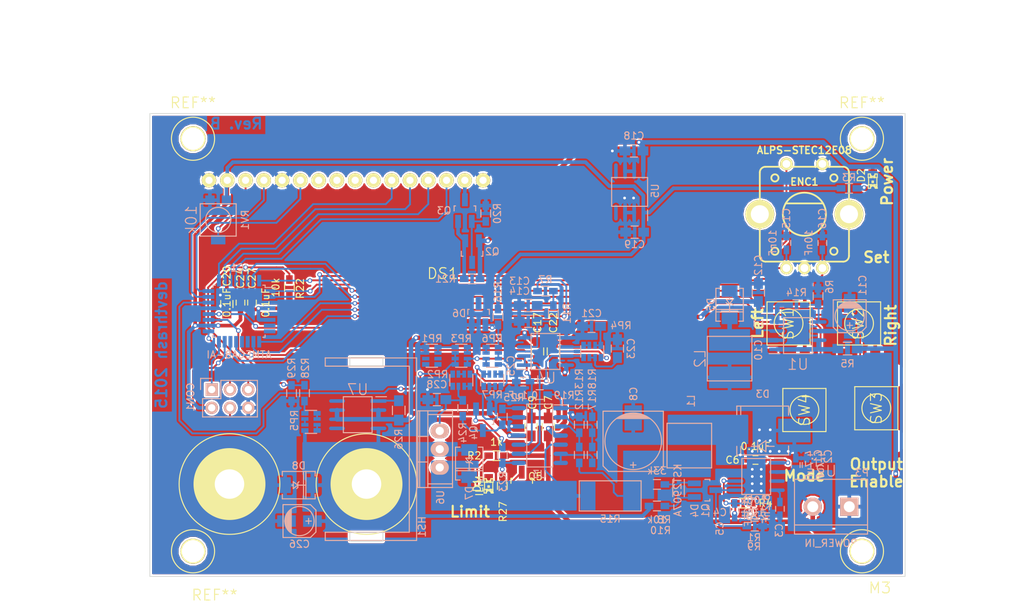
<source format=kicad_pcb>
(kicad_pcb (version 4) (host pcbnew "(2015-04-22 BZR 5621)-product")
  (layers (0 F.Cu signal) (31 B.Cu signal) (34 B.Paste user) (35 F.Paste user) (36 B.SilkS user) (37 F.SilkS user) (38 B.Mask user) (39 F.Mask user) (44 Edge.Cuts user))
  (net 0 "")
  (net 1 GND)
  (net 2 "Net-(C3-Pad2)")
  (net 3 "Net-(C4-Pad2)")
  (net 4 "Net-(C5-Pad2)")
  (net 5 "Net-(C6-Pad1)")
  (net 6 /SW_L)
  (net 7 /SW_R)
  (net 8 /ENC_SW)
  (net 9 /ENC_A)
  (net 10 /ENC_B)
  (net 11 +5V)
  (net 12 /MISO)
  (net 13 /SCK)
  (net 14 /MOSI)
  (net 15 /~RST~)
  (net 16 "Net-(D1-Pad1)")
  (net 17 "Net-(D1-Pad2)")
  (net 18 "Net-(D4-Pad1)")
  (net 19 "Net-(D4-Pad2)")
  (net 20 "Net-(DS1-Pad3)")
  (net 21 /LCD_RS)
  (net 22 /LCD_E)
  (net 23 "Net-(IC1-Pad11)")
  (net 24 "Net-(IC1-Pad12)")
  (net 25 /V_PWM)
  (net 26 /I_PWM)
  (net 27 /V_ADC)
  (net 28 /I_ADC)
  (net 29 "Net-(Q1-Pad3)")
  (net 30 /I_Meas)
  (net 31 "Net-(U2-Pad3)")
  (net 32 /SMPS_OUT)
  (net 33 /SMPS_SW)
  (net 34 /LIN_OUT)
  (net 35 /LIN_IN)
  (net 36 /SW_OE)
  (net 37 /SW_MD)
  (net 38 VCC)
  (net 39 /2.5VREF)
  (net 40 "Net-(C28-Pad1)")
  (net 41 "Net-(DS1-Pad7)")
  (net 42 "Net-(DS1-Pad8)")
  (net 43 "Net-(DS1-Pad9)")
  (net 44 "Net-(DS1-Pad10)")
  (net 45 /LCD_D4)
  (net 46 /LCD_D5)
  (net 47 /LCD_D6)
  (net 48 /LCD_D7)
  (net 49 "Net-(IC1-Pad7)")
  (net 50 "Net-(IC1-Pad8)")
  (net 51 "Net-(R1-Pad1)")
  (net 52 VEE)
  (net 53 "Net-(C10-Pad1)")
  (net 54 "Net-(C13-Pad1)")
  (net 55 "Net-(C14-Pad1)")
  (net 56 "Net-(C21-Pad1)")
  (net 57 "Net-(C23-Pad1)")
  (net 58 "Net-(Q2-Pad3)")
  (net 59 "Net-(Q4-Pad1)")
  (net 60 "Net-(Q4-Pad3)")
  (net 61 "Net-(Q5-Pad1)")
  (net 62 "Net-(R12-Pad1)")
  (net 63 "Net-(R14-Pad2)")
  (net 64 "Net-(R17-Pad1)")
  (net 65 "Net-(R17-Pad2)")
  (net 66 "Net-(R18-Pad1)")
  (net 67 /ILIM)
  (net 68 "Net-(R25-Pad2)")
  (net 69 "Net-(R26-Pad1)")
  (net 70 "Net-(R28-Pad1)")
  (net 71 "Net-(RP1-Pad1)")
  (net 72 "Net-(RP1-Pad5)")
  (net 73 "Net-(RP1-Pad8)")
  (net 74 "Net-(RP1-Pad2)")
  (net 75 "Net-(RP1-Pad7)")
  (net 76 "Net-(RP2-Pad1)")
  (net 77 "Net-(RP2-Pad4)")
  (net 78 "Net-(RP2-Pad5)")
  (net 79 "Net-(RP2-Pad8)")
  (net 80 "Net-(RP2-Pad2)")
  (net 81 "Net-(RP3-Pad1)")
  (net 82 "Net-(RP4-Pad1)")
  (net 83 /V_Set)
  (net 84 "Net-(RP5-Pad5)")
  (net 85 "Net-(RP5-Pad7)")
  (net 86 "Net-(RP5-Pad2)")
  (net 87 "Net-(RP6-Pad4)")
  (net 88 "Net-(RP6-Pad5)")
  (net 89 "Net-(RP6-Pad7)")
  (net 90 "Net-(RP6-Pad2)")
  (net 91 "Net-(RP7-Pad3)")
  (net 92 "Net-(RP7-Pad8)")
  (net 93 /I_Set)
  (net 94 "Net-(U7-Pad5)")
  (net 95 "Net-(U7-Pad8)")
  (net 96 /MC34_Emit)
  (net 97 /MC34_Coll)
  (net 98 "Net-(D2-Pad2)")
  (net 99 /LED_CC)
  (net 100 /LED_CS)
  (module devthrash:LCD16X2 (layer F.Cu) (at 81.7052 55.7944)
    (fp_text reference DS1 (at 0 -2.54) (layer F.SilkS) (effects (font (size 1.5 1.5))))
    (fp_text value LCD-016N002L)
    (pad 1 thru_hole circle (at -32.48 -15.51) (size 2 2) (drill 1) (layers *.Cu *.Mask F.SilkS) (net 1 GND))
    (pad 2 thru_hole circle (at -29.94 -15.51) (size 2 2) (drill 1) (layers *.Cu *.Mask F.SilkS) (net 11 +5V))
    (pad 3 thru_hole circle (at -27.4 -15.51) (size 2 2) (drill 1) (layers *.Cu *.Mask F.SilkS) (net 20 "Net-(DS1-Pad3)"))
    (pad 4 thru_hole circle (at -24.86 -15.51) (size 2 2) (drill 1) (layers *.Cu *.Mask F.SilkS) (net 21 /LCD_RS))
    (pad 5 thru_hole circle (at -22.32 -15.51) (size 2 2) (drill 1) (layers *.Cu *.Mask F.SilkS) (net 1 GND))
    (pad 6 thru_hole circle (at -19.78 -15.51) (size 2 2) (drill 1) (layers *.Cu *.Mask F.SilkS) (net 22 /LCD_E))
    (pad 7 thru_hole circle (at -17.24 -15.51) (size 2 2) (drill 1) (layers *.Cu *.Mask F.SilkS) (net 41 "Net-(DS1-Pad7)"))
    (pad 8 thru_hole circle (at -14.7 -15.51) (size 2 2) (drill 1) (layers *.Cu *.Mask F.SilkS) (net 42 "Net-(DS1-Pad8)"))
    (pad 9 thru_hole circle (at -12.16 -15.51) (size 2 2) (drill 1) (layers *.Cu *.Mask F.SilkS) (net 43 "Net-(DS1-Pad9)"))
    (pad 10 thru_hole circle (at -9.62 -15.51) (size 2 2) (drill 1) (layers *.Cu *.Mask F.SilkS) (net 44 "Net-(DS1-Pad10)"))
    (pad 11 thru_hole circle (at -7.08 -15.51) (size 2 2) (drill 1) (layers *.Cu *.Mask F.SilkS) (net 45 /LCD_D4))
    (pad 12 thru_hole circle (at -4.54 -15.51) (size 2 2) (drill 1) (layers *.Cu *.Mask F.SilkS) (net 46 /LCD_D5))
    (pad 13 thru_hole circle (at -2 -15.51) (size 2 2) (drill 1) (layers *.Cu *.Mask F.SilkS) (net 47 /LCD_D6))
    (pad 14 thru_hole circle (at 0.54 -15.51) (size 2 2) (drill 1) (layers *.Cu *.Mask F.SilkS) (net 48 /LCD_D7))
    (pad 15 thru_hole circle (at 3.08 -15.51) (size 2 2) (drill 1) (layers *.Cu *.Mask F.SilkS) (net 99 /LED_CC))
    (pad 16 thru_hole circle (at 5.62 -15.51) (size 2 2) (drill 1) (layers *.Cu *.Mask F.SilkS) (net 1 GND))
  )
  (module Capacitors_SMD:C_0603_HandSoldering (layer B.Cu) (at 129.5 49 90)
    (fp_text reference C15 (at 3.4 0 90) (layer B.SilkS) (effects (justify mirror)))
    (fp_text value 10nF (at 0 -1.9 90) (layer B.SilkS) (effects (justify mirror)))
    (pad 1 smd rect (at -0.95 0 90) (size 1.2 0.75) (layers B.Cu B.Paste B.Mask) (net 9 /ENC_A))
    (pad 2 smd rect (at 0.95 0 90) (size 1.2 0.75) (layers B.Cu B.Paste B.Mask) (net 1 GND))
  )
  (module Capacitors_SMD:C_0603_HandSoldering (layer B.Cu) (at 134.5 49 90)
    (fp_text reference C16 (at 3.4 0 90) (layer B.SilkS) (effects (justify mirror)))
    (fp_text value 10nF (at 0 -1.9 90) (layer B.SilkS) (effects (justify mirror)))
    (pad 1 smd rect (at -0.95 0 90) (size 1.2 0.75) (layers B.Cu B.Paste B.Mask) (net 10 /ENC_B))
    (pad 2 smd rect (at 0.95 0 90) (size 1.2 0.75) (layers B.Cu B.Paste B.Mask) (net 1 GND))
  )
  (module Pin_Headers:Pin_Header_Straight_2x03 (layer B.Cu) (at 49.6 69.4 270)
    (fp_text reference CON1 (at 1.05 2.95 270) (layer B.SilkS) (effects (justify mirror)))
    (fp_text value AVR-ISP-6 hide)
    (pad 1 thru_hole rect (at 0 0 270) (size 1.7272 1.7272) (drill 1.016) (layers *.Cu *.Mask B.SilkS) (net 12 /MISO))
    (pad 2 thru_hole oval (at 2.54 0 270) (size 1.7272 1.7272) (drill 1.016) (layers *.Cu *.Mask B.SilkS) (net 11 +5V))
    (pad 3 thru_hole oval (at 0 -2.54 270) (size 1.7272 1.7272) (drill 1.016) (layers *.Cu *.Mask B.SilkS) (net 13 /SCK))
    (pad 4 thru_hole oval (at 2.54 -2.54 270) (size 1.7272 1.7272) (drill 1.016) (layers *.Cu *.Mask B.SilkS) (net 14 /MOSI))
    (pad 5 thru_hole oval (at 0 -5.08 270) (size 1.7272 1.7272) (drill 1.016) (layers *.Cu *.Mask B.SilkS) (net 15 /~RST~))
    (pad 6 thru_hole oval (at 2.54 -5.08 270) (size 1.7272 1.7272) (drill 1.016) (layers *.Cu *.Mask B.SilkS) (net 1 GND))
  )
  (module devthrash_KICAD:ALPS-STEC12E08 (layer F.Cu) (at 132 45)
    (fp_text reference ENC1 (at 0 -4.5) (layer F.SilkS) (effects (font (thickness 0.2))))
    (fp_text value ALPS-STEC12E08 (at 0 -8.9) (layer F.SilkS) (effects (font (thickness 0.2))))
    (pad A thru_hole circle (at -2.5 7.5) (size 1.75 1.75) (drill 1.1) (layers *.Cu *.Mask F.SilkS) (net 9 /ENC_A))
    (pad B thru_hole circle (at 2.5 7.5) (size 1.75 1.75) (drill 1.1) (layers *.Cu *.Mask F.SilkS) (net 10 /ENC_B))
    (pad C thru_hole circle (at 0 7.5) (size 1.75 1.75) (drill 1.1) (layers *.Cu *.Mask F.SilkS) (net 1 GND))
    (pad SW2 thru_hole circle (at 2.5 -7) (size 1.75 1.75) (drill 1.1) (layers *.Cu *.Mask F.SilkS) (net 1 GND))
    (pad SW1 thru_hole circle (at -2.5 -7) (size 1.75 1.75) (drill 1.1) (layers *.Cu *.Mask F.SilkS) (net 8 /ENC_SW))
    (pad body thru_hole oval (at 6.2 0) (size 4 4) (drill 2.5) (layers *.Cu *.Mask F.SilkS))
    (pad body thru_hole oval (at -6.2 0) (size 4 4) (drill 2.5) (layers *.Cu *.Mask F.SilkS))
  )
  (module Housings_QFP:TQFP-32_7x7mm_Pitch0.8mm (layer B.Cu) (at 53.4 58.5 180)
    (fp_text reference IC1 (at 0 6.05 180) (layer B.SilkS) (effects (justify mirror)))
    (fp_text value ATMEGA8-AI (at 0 -6.05 180) (layer B.SilkS) (effects (justify mirror)))
    (pad 1 smd rect (at -4.25 2.8 180) (size 1.6 0.55) (layers B.Cu B.Paste B.Mask) (net 10 /ENC_B))
    (pad 2 smd rect (at -4.25 2 180) (size 1.6 0.55) (layers B.Cu B.Paste B.Mask) (net 8 /ENC_SW))
    (pad 3 smd rect (at -4.25 1.2 180) (size 1.6 0.55) (layers B.Cu B.Paste B.Mask) (net 1 GND))
    (pad 4 smd rect (at -4.25 0.4 180) (size 1.6 0.55) (layers B.Cu B.Paste B.Mask) (net 11 +5V))
    (pad 5 smd rect (at -4.25 -0.4 180) (size 1.6 0.55) (layers B.Cu B.Paste B.Mask) (net 1 GND))
    (pad 6 smd rect (at -4.25 -1.2 180) (size 1.6 0.55) (layers B.Cu B.Paste B.Mask) (net 11 +5V))
    (pad 7 smd rect (at -4.25 -2 180) (size 1.6 0.55) (layers B.Cu B.Paste B.Mask) (net 49 "Net-(IC1-Pad7)"))
    (pad 8 smd rect (at -4.25 -2.8 180) (size 1.6 0.55) (layers B.Cu B.Paste B.Mask) (net 50 "Net-(IC1-Pad8)"))
    (pad 9 smd rect (at -2.8 -4.25 90) (size 1.6 0.55) (layers B.Cu B.Paste B.Mask) (net 36 /SW_OE))
    (pad 10 smd rect (at -2 -4.25 90) (size 1.6 0.55) (layers B.Cu B.Paste B.Mask) (net 37 /SW_MD))
    (pad 11 smd rect (at -1.2 -4.25 90) (size 1.6 0.55) (layers B.Cu B.Paste B.Mask) (net 23 "Net-(IC1-Pad11)"))
    (pad 12 smd rect (at -0.4 -4.25 90) (size 1.6 0.55) (layers B.Cu B.Paste B.Mask) (net 24 "Net-(IC1-Pad12)"))
    (pad 13 smd rect (at 0.4 -4.25 90) (size 1.6 0.55) (layers B.Cu B.Paste B.Mask) (net 25 /V_PWM))
    (pad 14 smd rect (at 1.2 -4.25 90) (size 1.6 0.55) (layers B.Cu B.Paste B.Mask) (net 26 /I_PWM))
    (pad 15 smd rect (at 2 -4.25 90) (size 1.6 0.55) (layers B.Cu B.Paste B.Mask) (net 14 /MOSI))
    (pad 16 smd rect (at 2.8 -4.25 90) (size 1.6 0.55) (layers B.Cu B.Paste B.Mask) (net 12 /MISO))
    (pad 17 smd rect (at 4.25 -2.8 180) (size 1.6 0.55) (layers B.Cu B.Paste B.Mask) (net 13 /SCK))
    (pad 18 smd rect (at 4.25 -2 180) (size 1.6 0.55) (layers B.Cu B.Paste B.Mask) (net 11 +5V))
    (pad 19 smd rect (at 4.25 -1.2 180) (size 1.6 0.55) (layers B.Cu B.Paste B.Mask) (net 27 /V_ADC))
    (pad 20 smd rect (at 4.25 -0.4 180) (size 1.6 0.55) (layers B.Cu B.Paste B.Mask) (net 39 /2.5VREF))
    (pad 21 smd rect (at 4.25 0.4 180) (size 1.6 0.55) (layers B.Cu B.Paste B.Mask) (net 1 GND))
    (pad 22 smd rect (at 4.25 1.2 180) (size 1.6 0.55) (layers B.Cu B.Paste B.Mask) (net 28 /I_ADC))
    (pad 23 smd rect (at 4.25 2 180) (size 1.6 0.55) (layers B.Cu B.Paste B.Mask) (net 21 /LCD_RS))
    (pad 24 smd rect (at 4.25 2.8 180) (size 1.6 0.55) (layers B.Cu B.Paste B.Mask) (net 22 /LCD_E))
    (pad 25 smd rect (at 2.8 4.25 90) (size 1.6 0.55) (layers B.Cu B.Paste B.Mask) (net 45 /LCD_D4))
    (pad 26 smd rect (at 2 4.25 90) (size 1.6 0.55) (layers B.Cu B.Paste B.Mask) (net 46 /LCD_D5))
    (pad 27 smd rect (at 1.2 4.25 90) (size 1.6 0.55) (layers B.Cu B.Paste B.Mask) (net 47 /LCD_D6))
    (pad 28 smd rect (at 0.4 4.25 90) (size 1.6 0.55) (layers B.Cu B.Paste B.Mask) (net 48 /LCD_D7))
    (pad 29 smd rect (at -0.4 4.25 90) (size 1.6 0.55) (layers B.Cu B.Paste B.Mask) (net 15 /~RST~))
    (pad 30 smd rect (at -1.2 4.25 90) (size 1.6 0.55) (layers B.Cu B.Paste B.Mask) (net 6 /SW_L))
    (pad 31 smd rect (at -2 4.25 90) (size 1.6 0.55) (layers B.Cu B.Paste B.Mask) (net 7 /SW_R))
    (pad 32 smd rect (at -2.8 4.25 90) (size 1.6 0.55) (layers B.Cu B.Paste B.Mask) (net 9 /ENC_A))
  )
  (module devthrash_KICAD:242418FPS-Fastron (layer B.Cu) (at 116 77.2 270)
    (fp_text reference L1 (at -6.2 -0.25 270) (layer B.SilkS) (effects (justify mirror)))
    (fp_text value 4,7uH hide)
    (pad 1 smd rect (at -2.6 0 270) (size 3 5.7) (layers B.Cu B.Paste B.Mask) (net 33 /SMPS_SW))
    (pad 2 smd rect (at 2.6 0 270) (size 3 5.7) (layers B.Cu B.Paste B.Mask) (net 32 /SMPS_OUT))
  )
  (module devthrash_KICAD:SKS-PK10A (layer F.Cu) (at 71.12 82.55)
    (fp_text reference P1 hide)
    (fp_text value OUT_POS hide)
    (pad 1 thru_hole circle (at 0 0) (size 10 10) (drill 4.1) (layers *.Cu *.Mask F.SilkS) (net 34 /LIN_OUT))
  )
  (module devthrash_KICAD:SKS-PK10A (layer F.Cu) (at 52.07 82.55)
    (fp_text reference P2 hide)
    (fp_text value OUT_GND hide)
    (pad 1 thru_hole circle (at 0 0) (size 10 10) (drill 4.1) (layers *.Cu *.Mask F.SilkS) (net 1 GND))
  )
  (module devthrash_KICAD:BITech-23B (layer B.Cu) (at 50.5 45.8 90)
    (fp_text reference RV1 (at 0 3.75 90) (layer B.SilkS) (effects (justify mirror)))
    (fp_text value 10k (at 0 -3.75 90) (layer B.SilkS) (effects (font (size 1.5 1.5)) (justify mirror)))
    (pad 2 smd rect (at -2.75 0 90) (size 1.3 2) (layers B.Cu B.Paste B.Mask) (net 20 "Net-(DS1-Pad3)"))
    (pad 1 smd rect (at 2.75 1.15 90) (size 1.3 1.3) (layers B.Cu B.Paste B.Mask) (net 11 +5V))
    (pad 3 smd rect (at 2.75 -1.15 90) (size 1.3 1.3) (layers B.Cu B.Paste B.Mask) (net 1 GND))
  )
  (module devthrash_KICAD:Button-SMT-standard (layer F.Cu) (at 129.8 60.2 90)
    (fp_text reference SW1 (at -0.05 -0.05 90) (layer F.SilkS) (effects (font (size 1.5 1.5))))
    (fp_text value SW_L hide)
    (pad 1 smd rect (at 4.55 2.25 90) (size 2.1 1.4) (layers F.Cu F.Paste F.Mask) (net 1 GND))
    (pad 1 smd rect (at -4.55 2.25 90) (size 2.1 1.4) (layers F.Cu F.Paste F.Mask) (net 1 GND))
    (pad 2 smd rect (at -4.55 -2.25 90) (size 2.1 1.4) (layers F.Cu F.Paste F.Mask))
    (pad 2 smd rect (at 4.55 -2.25 90) (size 2.1 1.4) (layers F.Cu F.Paste F.Mask) (net 6 /SW_L))
  )
  (module devthrash_KICAD:Button-SMT-standard (layer F.Cu) (at 139.6 60.2 90)
    (fp_text reference SW2 (at -0.05 -0.1 90) (layer F.SilkS) (effects (font (size 1.5 1.5))))
    (fp_text value SW_R hide)
    (pad 1 smd rect (at 4.55 2.25 90) (size 2.1 1.4) (layers F.Cu F.Paste F.Mask) (net 1 GND))
    (pad 1 smd rect (at -4.55 2.25 90) (size 2.1 1.4) (layers F.Cu F.Paste F.Mask) (net 1 GND))
    (pad 2 smd rect (at -4.55 -2.25 90) (size 2.1 1.4) (layers F.Cu F.Paste F.Mask))
    (pad 2 smd rect (at 4.55 -2.25 90) (size 2.1 1.4) (layers F.Cu F.Paste F.Mask) (net 7 /SW_R))
  )
  (module devthrash_KICAD:SO8 (layer B.Cu) (at 107.7 41.9 90)
    (fp_text reference U5 (at 0.15 3.55 90) (layer B.SilkS) (effects (justify mirror)))
    (fp_text value TS78L05CS hide)
    (pad 1 connect rect (at -2.875 1.905 90) (size 2.2 0.5) (layers B.Cu B.Mask) (net 11 +5V))
    (pad 2 connect oval (at -2.875 0.635 90) (size 2.2 0.5) (layers B.Cu B.Mask) (net 1 GND))
    (pad 3 connect oval (at -2.875 -0.635 90) (size 2.2 0.5) (layers B.Cu B.Mask) (net 1 GND))
    (pad 4 connect oval (at -2.875 -1.905 90) (size 2.2 0.5) (layers B.Cu B.Mask))
    (pad 5 connect oval (at 2.875 -1.905 90) (size 2.2 0.5) (layers B.Cu B.Mask))
    (pad 6 connect oval (at 2.875 -0.635 90) (size 2.2 0.5) (layers B.Cu B.Mask) (net 1 GND))
    (pad 7 connect oval (at 2.875 0.635 90) (size 2.2 0.5) (layers B.Cu B.Mask) (net 1 GND))
    (pad 8 connect oval (at 2.875 1.905 90) (size 2.2 0.5) (layers B.Cu B.Mask) (net 38 VCC))
  )
  (module Capacitors_SMD:c_elec_8x10.5 (layer B.Cu) (at 108.2 76.6 270)
    (fp_text reference C8 (at -6.6 -0.05 270) (layer B.SilkS) (effects (justify mirror)))
    (fp_text value 220uF hide)
    (pad 1 smd rect (at 3.2512 0 270) (size 3.50012 2.4003) (layers B.Cu B.Paste B.Mask) (net 32 /SMPS_OUT))
    (pad 2 smd rect (at -3.2512 0 270) (size 3.50012 2.4003) (layers B.Cu B.Paste B.Mask) (net 1 GND))
  )
  (module Diodes_SMD:Diode-SMC_Handsoldering (layer B.Cu) (at 126.2 75.1 180)
    (fp_text reference D3 (at 0 5.08 180) (layer B.SilkS) (effects (justify mirror)))
    (fp_text value SK54C hide)
    (pad 1 smd rect (at -4.39928 0 90) (size 3.29946 4.50088) (layers B.Cu B.Paste B.Mask) (net 1 GND))
    (pad 2 smd rect (at 4.39928 0 90) (size 3.29946 4.49834) (layers B.Cu B.Paste B.Mask) (net 33 /SMPS_SW))
  )
  (module Capacitors_SMD:C_0603_HandSoldering (layer B.Cu) (at 130.8 79.9 270)
    (fp_text reference C1 (at -1.2 -3.1 270) (layer B.SilkS) (effects (justify mirror)))
    (fp_text value 4.7uF (at 0 -1.9 270) (layer B.SilkS) (effects (justify mirror)))
    (pad 1 smd rect (at -0.95 0 270) (size 1.2 0.75) (layers B.Cu B.Paste B.Mask) (net 1 GND))
    (pad 2 smd rect (at 0.95 0 270) (size 1.2 0.75) (layers B.Cu B.Paste B.Mask) (net 38 VCC))
  )
  (module Capacitors_SMD:C_0603_HandSoldering (layer B.Cu) (at 132.3 79.9 270)
    (fp_text reference C2 (at -1.2 -3 270) (layer B.SilkS) (effects (justify mirror)))
    (fp_text value 4.7uF (at 0 -1.9 270) (layer B.SilkS) (effects (justify mirror)))
    (pad 1 smd rect (at -0.95 0 270) (size 1.2 0.75) (layers B.Cu B.Paste B.Mask) (net 1 GND))
    (pad 2 smd rect (at 0.95 0 270) (size 1.2 0.75) (layers B.Cu B.Paste B.Mask) (net 38 VCC))
  )
  (module Capacitors_SMD:C_0603_HandSoldering (layer B.Cu) (at 128.6 86 90)
    (fp_text reference C3 (at -3 -0.1 90) (layer B.SilkS) (effects (justify mirror)))
    (fp_text value 8.2nF (at 0 -1.9 90) (layer B.SilkS) (effects (justify mirror)))
    (pad 1 smd rect (at -0.95 0 90) (size 1.2 0.75) (layers B.Cu B.Paste B.Mask) (net 1 GND))
    (pad 2 smd rect (at 0.95 0 90) (size 1.2 0.75) (layers B.Cu B.Paste B.Mask) (net 2 "Net-(C3-Pad2)"))
  )
  (module Capacitors_SMD:C_0603_HandSoldering (layer B.Cu) (at 124.9 85.1 180)
    (fp_text reference C4 (at 4.65 -1.4 180) (layer B.SilkS) (effects (justify mirror)))
    (fp_text value 22pF (at 0 -1.9 180) (layer B.SilkS) (effects (justify mirror)))
    (pad 1 smd rect (at -0.95 0 180) (size 1.2 0.75) (layers B.Cu B.Paste B.Mask) (net 1 GND))
    (pad 2 smd rect (at 0.95 0 180) (size 1.2 0.75) (layers B.Cu B.Paste B.Mask) (net 3 "Net-(C4-Pad2)"))
  )
  (module Capacitors_SMD:C_0603_HandSoldering (layer B.Cu) (at 122.3 86.2 270)
    (fp_text reference C5 (at 2.55 2.05 270) (layer B.SilkS) (effects (justify mirror)))
    (fp_text value 150pF (at 0 -1.9 270) (layer B.SilkS) (effects (justify mirror)))
    (pad 1 smd rect (at -0.95 0 270) (size 1.2 0.75) (layers B.Cu B.Paste B.Mask) (net 3 "Net-(C4-Pad2)"))
    (pad 2 smd rect (at 0.95 0 270) (size 1.2 0.75) (layers B.Cu B.Paste B.Mask) (net 4 "Net-(C5-Pad2)"))
  )
  (module Capacitors_SMD:C_0603_HandSoldering (layer F.Cu) (at 125.2 79.2 180)
    (fp_text reference C6 (at 3.2 0 180) (layer F.SilkS))
    (fp_text value 0.1uF (at 0 1.9 180) (layer F.SilkS))
    (pad 1 smd rect (at -0.95 0 180) (size 1.2 0.75) (layers F.Cu F.Paste F.Mask) (net 5 "Net-(C6-Pad1)"))
    (pad 2 smd rect (at 0.95 0 180) (size 1.2 0.75) (layers F.Cu F.Paste F.Mask) (net 33 /SMPS_SW))
  )
  (module Capacitors_SMD:C_0603_HandSoldering (layer F.Cu) (at 53.6 57.3 270)
    (fp_text reference C24 (at -3.4 0 270) (layer F.SilkS))
    (fp_text value 0.1uF (at 0 1.9 270) (layer F.SilkS))
    (pad 1 smd rect (at -0.95 0 270) (size 1.2 0.75) (layers F.Cu F.Paste F.Mask) (net 1 GND))
    (pad 2 smd rect (at 0.95 0 270) (size 1.2 0.75) (layers F.Cu F.Paste F.Mask) (net 11 +5V))
  )
  (module Capacitors_SMD:C_0603_HandSoldering (layer B.Cu) (at 92.9 68.3 180)
    (fp_text reference C25 (at 1.7 2.2 270) (layer B.SilkS) (effects (justify mirror)))
    (fp_text value 0.1uF (at 0 -1.9 180) (layer B.SilkS) (effects (justify mirror)))
    (pad 1 smd rect (at -0.95 0 180) (size 1.2 0.75) (layers B.Cu B.Paste B.Mask) (net 30 /I_Meas))
    (pad 2 smd rect (at 0.95 0 180) (size 1.2 0.75) (layers B.Cu B.Paste B.Mask) (net 1 GND))
  )
  (module Capacitors_SMD:C_0603_HandSoldering (layer F.Cu) (at 55.2 57.3 90)
    (fp_text reference C27 (at 3.4 0 90) (layer F.SilkS))
    (fp_text value 0.1uF (at 0 1.9 90) (layer F.SilkS))
    (pad 1 smd rect (at -0.95 0 90) (size 1.2 0.75) (layers F.Cu F.Paste F.Mask) (net 11 +5V))
    (pad 2 smd rect (at 0.95 0 90) (size 1.2 0.75) (layers F.Cu F.Paste F.Mask) (net 1 GND))
  )
  (module LEDs:LED-0805 (layer F.Cu) (at 88.1 82.8 270)
    (fp_text reference D1 (at -0.1 1.6 270) (layer F.SilkS))
    (fp_text value ILIM (at 0 1.27 270) (layer F.SilkS))
    (pad 1 smd rect (at -1.04902 0 270) (size 1.19888 1.19888) (layers F.Cu F.Paste F.Mask) (net 16 "Net-(D1-Pad1)"))
    (pad 2 smd rect (at 1.04902 0 270) (size 1.19888 1.19888) (layers F.Cu F.Paste F.Mask) (net 17 "Net-(D1-Pad2)"))
  )
  (module LEDs:LED-0805 (layer F.Cu) (at 141.5 40.4 270)
    (fp_text reference D2 (at -0.8 1.6 270) (layer F.SilkS))
    (fp_text value POWER hide)
    (pad 1 smd rect (at -1.04902 0 270) (size 1.19888 1.19888) (layers F.Cu F.Paste F.Mask) (net 1 GND))
    (pad 2 smd rect (at 1.04902 0 270) (size 1.19888 1.19888) (layers F.Cu F.Paste F.Mask) (net 98 "Net-(D2-Pad2)"))
  )
  (module Diodes_SMD:SOD-323 (layer B.Cu) (at 114.5 83.4 90)
    (fp_text reference D4 (at -2.85 2.25 90) (layer B.SilkS) (effects (justify mirror)))
    (fp_text value 1N4148WS hide)
    (pad 1 smd rect (at -1.055 0 90) (size 0.59 0.45) (layers B.Cu B.Paste B.Mask) (net 18 "Net-(D4-Pad1)"))
    (pad 2 smd rect (at 1.055 0 90) (size 0.59 0.45) (layers B.Cu B.Paste B.Mask) (net 19 "Net-(D4-Pad2)"))
  )
  (module Connect:bornier2 (layer B.Cu) (at 135.7 85.7 180)
    (fp_text reference P3 (at -4.3 4.7 180) (layer B.SilkS) (effects (justify mirror)))
    (fp_text value POWER_IN (at 0 -5.08 180) (layer B.SilkS) (effects (justify mirror)))
    (pad 1 thru_hole rect (at -2.54 0 180) (size 2.54 2.54) (drill 1.524) (layers *.Cu *.Mask B.SilkS) (net 1 GND))
    (pad 2 thru_hole circle (at 2.54 0 180) (size 2.54 2.54) (drill 1.524) (layers *.Cu *.Mask B.SilkS) (net 38 VCC))
  )
  (module Resistors_SMD:R_0603_HandSoldering (layer B.Cu) (at 125 86.7)
    (fp_text reference R1 (at 0 3.3) (layer B.SilkS) (effects (justify mirror)))
    (fp_text value 100k (at 0 -1.9) (layer B.SilkS) (effects (justify mirror)))
    (pad 1 smd rect (at -1.1 0) (size 1.2 0.9) (layers B.Cu B.Paste B.Mask) (net 51 "Net-(R1-Pad1)"))
    (pad 2 smd rect (at 1.1 0) (size 1.2 0.9) (layers B.Cu B.Paste B.Mask) (net 1 GND))
  )
  (module Resistors_SMD:R_0603_HandSoldering (layer F.Cu) (at 89.2 78.6 180)
    (fp_text reference R2 (at 3.1 0 180) (layer F.SilkS))
    (fp_text value 1k (at 0 1.9 180) (layer F.SilkS))
    (pad 1 smd rect (at -1.1 0 180) (size 1.2 0.9) (layers F.Cu F.Paste F.Mask) (net 38 VCC))
    (pad 2 smd rect (at 1.1 0 180) (size 1.2 0.9) (layers F.Cu F.Paste F.Mask) (net 17 "Net-(D1-Pad2)"))
  )
  (module Resistors_SMD:R_0603_HandSoldering (layer B.Cu) (at 111.5 82.6)
    (fp_text reference R8 (at 1 4.9) (layer B.SilkS) (effects (justify mirror)))
    (fp_text value 33k (at 0 -1.9) (layer B.SilkS) (effects (justify mirror)))
    (pad 1 smd rect (at -1.1 0) (size 1.2 0.9) (layers B.Cu B.Paste B.Mask) (net 32 /SMPS_OUT))
    (pad 2 smd rect (at 1.1 0) (size 1.2 0.9) (layers B.Cu B.Paste B.Mask) (net 19 "Net-(D4-Pad2)"))
  )
  (module Resistors_SMD:R_0603_HandSoldering (layer B.Cu) (at 125.1 88.4)
    (fp_text reference R9 (at -0.1 2.85) (layer B.SilkS) (effects (justify mirror)))
    (fp_text value 10k (at 0 -1.9) (layer B.SilkS) (effects (justify mirror)))
    (pad 1 smd rect (at -1.1 0) (size 1.2 0.9) (layers B.Cu B.Paste B.Mask) (net 29 "Net-(Q1-Pad3)"))
    (pad 2 smd rect (at 1.1 0) (size 1.2 0.9) (layers B.Cu B.Paste B.Mask) (net 1 GND))
  )
  (module Resistors_SMD:R_0603_HandSoldering (layer B.Cu) (at 111.5 85.6 180)
    (fp_text reference R10 (at -0.5 -3.4 180) (layer B.SilkS) (effects (justify mirror)))
    (fp_text value 10k (at 0 -1.9 180) (layer B.SilkS) (effects (justify mirror)))
    (pad 1 smd rect (at -1.1 0 180) (size 1.2 0.9) (layers B.Cu B.Paste B.Mask) (net 18 "Net-(D4-Pad1)"))
    (pad 2 smd rect (at 1.1 0 180) (size 1.2 0.9) (layers B.Cu B.Paste B.Mask) (net 34 /LIN_OUT))
  )
  (module devthrash_KICAD:CRA2512-Bourns (layer B.Cu) (at 105 84.2)
    (fp_text reference R15 (at 0 3.2) (layer B.SilkS) (effects (justify mirror)))
    (fp_text value 0R1 hide)
    (pad 1 smd rect (at -3.1 0) (size 2.1 4) (layers B.Cu B.Paste B.Mask) (net 35 /LIN_IN))
    (pad 2 smd rect (at 3.1 0) (size 2.1 4) (layers B.Cu B.Paste B.Mask) (net 32 /SMPS_OUT))
  )
  (module Resistors_SMD:R_0603_HandSoldering (layer F.Cu) (at 60.4 55.2 270)
    (fp_text reference R22 (at 0.15 -1.5 270) (layer F.SilkS))
    (fp_text value 10k (at 0 1.9 270) (layer F.SilkS))
    (pad 1 smd rect (at -1.1 0 270) (size 1.2 0.9) (layers F.Cu F.Paste F.Mask) (net 15 /~RST~))
    (pad 2 smd rect (at 1.1 0 270) (size 1.2 0.9) (layers F.Cu F.Paste F.Mask) (net 11 +5V))
  )
  (module Housings_SOT-23_SOT-143_TSOT-6:SOT23_Handsoldering (layer B.Cu) (at 118.2 83.4 90)
    (fp_text reference Q1 (at -2.85 0.05 90) (layer B.SilkS) (effects (justify mirror)))
    (fp_text value KST2907A (at 0 -3.81 90) (layer B.SilkS) (effects (justify mirror)))
    (pad 1 smd rect (at -0.95 -1.50114 90) (size 0.8001 1.80086) (layers B.Cu B.Paste B.Mask) (net 18 "Net-(D4-Pad1)"))
    (pad 2 smd rect (at 0.95 -1.50114 90) (size 0.8001 1.80086) (layers B.Cu B.Paste B.Mask) (net 19 "Net-(D4-Pad2)"))
    (pad 3 smd rect (at 0 1.50114 90) (size 0.8001 1.80086) (layers B.Cu B.Paste B.Mask) (net 29 "Net-(Q1-Pad3)"))
  )
  (module devthrash_KICAD:Screw_PAN_Head_M3 (layer F.Cu) (at 140 34.5)
    (fp_text reference REF** (at 0 -5) (layer F.SilkS) (effects (font (size 1.5 1.5))))
    (fp_text value Screw_PAN_Head_M3 hide)
    (pad "" np_thru_hole circle (at 0 0) (size 3.5 3.5) (drill 3.1) (layers *.Cu *.Mask F.SilkS))
  )
  (module devthrash_KICAD:Screw_PAN_Head_M3 (layer F.Cu) (at 47 34.5)
    (fp_text reference REF** (at 0 -5) (layer F.SilkS) (effects (font (size 1.5 1.5))))
    (fp_text value Screw_PAN_Head_M3 hide)
    (pad "" np_thru_hole circle (at 0 0) (size 3.5 3.5) (drill 3.1) (layers *.Cu *.Mask F.SilkS))
  )
  (module devthrash_KICAD:Screw_PAN_Head_M3 (layer F.Cu) (at 47 91.9)
    (fp_text reference REF** (at 3 6.1) (layer F.SilkS) (effects (font (size 1.5 1.5))))
    (fp_text value Screw_PAN_Head_M3 hide)
    (pad "" np_thru_hole circle (at 0 0) (size 3.5 3.5) (drill 3.1) (layers *.Cu *.Mask F.SilkS))
  )
  (module devthrash_KICAD:Screw_PAN_Head_M3 (layer F.Cu) (at 140 91.9)
    (fp_text reference M3 (at 2.5 5.1) (layer F.SilkS) (effects (font (size 1.5 1.5))))
    (fp_text value Screw_PAN_Head_M3 hide)
    (pad "" np_thru_hole circle (at 0 0) (size 3.5 3.5) (drill 3.1) (layers *.Cu *.Mask F.SilkS))
  )
  (module devthrash_KICAD:SO8-PowerPAD (layer B.Cu) (at 125.3 81.5 180)
    (fp_text reference U2 (at -9.7 0.75 180) (layer B.SilkS) (effects (font (size 1.5 1.5)) (justify mirror)))
    (fp_text value TPS54331DDA hide)
    (pad 1 smd rect (at -2.875 1.905 180) (size 2.2 0.5) (layers B.Cu B.Paste B.Mask) (net 5 "Net-(C6-Pad1)"))
    (pad 2 smd oval (at -2.875 0.635 180) (size 2.2 0.5) (layers B.Cu B.Paste B.Mask) (net 38 VCC))
    (pad 3 smd oval (at -2.875 -0.635 180) (size 2.2 0.5) (layers B.Cu B.Paste B.Mask) (net 31 "Net-(U2-Pad3)"))
    (pad 4 smd oval (at -2.875 -1.905 180) (size 2.2 0.5) (layers B.Cu B.Paste B.Mask) (net 2 "Net-(C3-Pad2)"))
    (pad 5 smd oval (at 2.875 -1.905 180) (size 2.2 0.5) (layers B.Cu B.Paste B.Mask) (net 29 "Net-(Q1-Pad3)"))
    (pad 6 smd oval (at 2.875 -0.635 180) (size 2.2 0.5) (layers B.Cu B.Paste B.Mask) (net 3 "Net-(C4-Pad2)"))
    (pad 7 smd oval (at 2.875 0.635 180) (size 2.2 0.5) (layers B.Cu B.Paste B.Mask) (net 1 GND))
    (pad 8 smd oval (at 2.875 1.905 180) (size 2.2 0.5) (layers B.Cu B.Paste B.Mask) (net 33 /SMPS_SW))
    (pad 9 smd rect (at 0 0 180) (size 2.13 3) (layers B.Cu B.Paste B.Mask) (net 1 GND))
  )
  (module devthrash_KICAD:Button-SMT-standard (layer F.Cu) (at 142 72 90)
    (fp_text reference SW3 (at 0 0 90) (layer F.SilkS) (effects (font (size 1.5 1.5))))
    (fp_text value SW_OE hide)
    (pad 1 smd rect (at 4.55 2.25 90) (size 2.1 1.4) (layers F.Cu F.Paste F.Mask) (net 1 GND))
    (pad 1 smd rect (at -4.55 2.25 90) (size 2.1 1.4) (layers F.Cu F.Paste F.Mask) (net 1 GND))
    (pad 2 smd rect (at -4.55 -2.25 90) (size 2.1 1.4) (layers F.Cu F.Paste F.Mask))
    (pad 2 smd rect (at 4.55 -2.25 90) (size 2.1 1.4) (layers F.Cu F.Paste F.Mask) (net 36 /SW_OE))
  )
  (module devthrash_KICAD:Button-SMT-standard (layer F.Cu) (at 132 72.25 270)
    (fp_text reference SW4 (at 0 0 270) (layer F.SilkS) (effects (font (size 1.5 1.5))))
    (fp_text value SW_MD hide)
    (pad 1 smd rect (at 4.55 2.25 270) (size 2.1 1.4) (layers F.Cu F.Paste F.Mask) (net 1 GND))
    (pad 1 smd rect (at -4.55 2.25 270) (size 2.1 1.4) (layers F.Cu F.Paste F.Mask) (net 1 GND))
    (pad 2 smd rect (at -4.55 -2.25 270) (size 2.1 1.4) (layers F.Cu F.Paste F.Mask) (net 37 /SW_MD))
    (pad 2 smd rect (at 4.55 -2.25 270) (size 2.1 1.4) (layers F.Cu F.Paste F.Mask))
  )
  (module Power_Integrations:TO-220 (layer B.Cu) (at 81.3 77.7 270)
    (fp_text reference U6 (at 6.7 -0.1 270) (layer B.SilkS) (effects (justify mirror)))
    (fp_text value LM350T)
    (pad 2 thru_hole oval (at 0 0 270) (size 2.032 2.54) (drill 1.143) (layers *.Cu *.Mask B.SilkS) (net 34 /LIN_OUT))
    (pad 3 thru_hole oval (at 2.54 0 270) (size 2.032 2.54) (drill 1.143) (layers *.Cu *.Mask B.SilkS) (net 35 /LIN_IN))
    (pad 1 thru_hole oval (at -2.54 0 270) (size 2.032 2.54) (drill 1.143) (layers *.Cu *.Mask B.SilkS) (net 40 "Net-(C28-Pad1)"))
  )
  (module Capacitors_SMD:C_0805_HandSoldering (layer F.Cu) (at 96.4 74.6 90)
    (fp_text reference C7 (at 3.4 0 90) (layer F.SilkS))
    (fp_text value 0.1uF)
    (pad 1 smd rect (at -1.25 0 90) (size 1.5 1.25) (layers F.Cu F.Paste F.Mask) (net 38 VCC))
    (pad 2 smd rect (at 1.25 0 90) (size 1.5 1.25) (layers F.Cu F.Paste F.Mask) (net 1 GND))
  )
  (module Capacitors_SMD:C_0805_HandSoldering (layer F.Cu) (at 94 74.6 90)
    (fp_text reference C9 (at 3.4 0.2 90) (layer F.SilkS))
    (fp_text value 0.1uF)
    (pad 1 smd rect (at -1.25 0 90) (size 1.5 1.25) (layers F.Cu F.Paste F.Mask) (net 52 VEE))
    (pad 2 smd rect (at 1.25 0 90) (size 1.5 1.25) (layers F.Cu F.Paste F.Mask) (net 1 GND))
  )
  (module Capacitors_SMD:C_0603_HandSoldering (layer B.Cu) (at 125.6 60.2 90)
    (fp_text reference C10 (at -3.7 0 90) (layer B.SilkS) (effects (justify mirror)))
    (fp_text value 120pF)
    (pad 1 smd rect (at -0.95 0 90) (size 1.2 0.75) (layers B.Cu B.Paste B.Mask) (net 53 "Net-(C10-Pad1)"))
    (pad 2 smd rect (at 0.95 0 90) (size 1.2 0.75) (layers B.Cu B.Paste B.Mask) (net 52 VEE))
  )
  (module Capacitors_SMD:c_elec_4x4.5 (layer B.Cu) (at 138.3 59.2 270)
    (fp_text reference C11 (at -4.3 -1.8 270) (layer B.SilkS) (effects (justify mirror)))
    (fp_text value 10uF)
    (pad 1 smd rect (at 1.80086 0 270) (size 2.60096 1.6002) (layers B.Cu B.Paste B.Mask) (net 38 VCC))
    (pad 2 smd rect (at -1.80086 0 270) (size 2.60096 1.6002) (layers B.Cu B.Paste B.Mask) (net 1 GND))
  )
  (module Capacitors_SMD:C_0805_HandSoldering (layer B.Cu) (at 125.6 55.9 270)
    (fp_text reference C12 (at -3.8 0 270) (layer B.SilkS) (effects (justify mirror)))
    (fp_text value 10uF)
    (pad 1 smd rect (at -1.25 0 270) (size 1.5 1.25) (layers B.Cu B.Paste B.Mask) (net 1 GND))
    (pad 2 smd rect (at 1.25 0 270) (size 1.5 1.25) (layers B.Cu B.Paste B.Mask) (net 52 VEE))
  )
  (module Capacitors_SMD:C_0805_HandSoldering (layer B.Cu) (at 93.6 57.7 180)
    (fp_text reference C13 (at 1.2 3.4 180) (layer B.SilkS) (effects (justify mirror)))
    (fp_text value 1uF)
    (pad 1 smd rect (at -1.25 0 180) (size 1.5 1.25) (layers B.Cu B.Paste B.Mask) (net 54 "Net-(C13-Pad1)"))
    (pad 2 smd rect (at 1.25 0 180) (size 1.5 1.25) (layers B.Cu B.Paste B.Mask) (net 1 GND))
  )
  (module Capacitors_SMD:C_0805_HandSoldering (layer B.Cu) (at 93.6 59.9 180)
    (fp_text reference C14 (at 1.2 4.2 180) (layer B.SilkS) (effects (justify mirror)))
    (fp_text value 1uF)
    (pad 1 smd rect (at -1.25 0 180) (size 1.5 1.25) (layers B.Cu B.Paste B.Mask) (net 55 "Net-(C14-Pad1)"))
    (pad 2 smd rect (at 1.25 0 180) (size 1.5 1.25) (layers B.Cu B.Paste B.Mask) (net 1 GND))
  )
  (module Capacitors_SMD:C_0805_HandSoldering (layer F.Cu) (at 94.9 64.1 270)
    (fp_text reference C17 (at -4 0 270) (layer F.SilkS))
    (fp_text value 0.1uF)
    (pad 1 smd rect (at -1.25 0 270) (size 1.5 1.25) (layers F.Cu F.Paste F.Mask) (net 52 VEE))
    (pad 2 smd rect (at 1.25 0 270) (size 1.5 1.25) (layers F.Cu F.Paste F.Mask) (net 1 GND))
  )
  (module Capacitors_SMD:C_0805_HandSoldering (layer F.Cu) (at 51.7 57.5 90)
    (fp_text reference C20 (at 3.9 0 90) (layer F.SilkS))
    (fp_text value 1uF)
    (pad 1 smd rect (at -1.25 0 90) (size 1.5 1.25) (layers F.Cu F.Paste F.Mask) (net 39 /2.5VREF))
    (pad 2 smd rect (at 1.25 0 90) (size 1.5 1.25) (layers F.Cu F.Paste F.Mask) (net 1 GND))
  )
  (module Capacitors_SMD:C_0805_HandSoldering (layer B.Cu) (at 102.4 60.6 180)
    (fp_text reference C21 (at 0 1.8 180) (layer B.SilkS) (effects (justify mirror)))
    (fp_text value 1uF)
    (pad 1 smd rect (at -1.25 0 180) (size 1.5 1.25) (layers B.Cu B.Paste B.Mask) (net 56 "Net-(C21-Pad1)"))
    (pad 2 smd rect (at 1.25 0 180) (size 1.5 1.25) (layers B.Cu B.Paste B.Mask) (net 1 GND))
  )
  (module Capacitors_SMD:C_0805_HandSoldering (layer F.Cu) (at 97.1 64.1 90)
    (fp_text reference C22 (at 4 0 90) (layer F.SilkS))
    (fp_text value 0.1uF)
    (pad 1 smd rect (at -1.25 0 90) (size 1.5 1.25) (layers F.Cu F.Paste F.Mask) (net 38 VCC))
    (pad 2 smd rect (at 1.25 0 90) (size 1.5 1.25) (layers F.Cu F.Paste F.Mask) (net 1 GND))
  )
  (module Capacitors_SMD:C_0805_HandSoldering (layer B.Cu) (at 106 63.7 90)
    (fp_text reference C23 (at 0 1.9 90) (layer B.SilkS) (effects (justify mirror)))
    (fp_text value 1uF)
    (pad 1 smd rect (at -1.25 0 90) (size 1.5 1.25) (layers B.Cu B.Paste B.Mask) (net 57 "Net-(C23-Pad1)"))
    (pad 2 smd rect (at 1.25 0 90) (size 1.5 1.25) (layers B.Cu B.Paste B.Mask) (net 1 GND))
  )
  (module Capacitors_SMD:c_elec_4x4.5 (layer B.Cu) (at 61.8 87.7)
    (fp_text reference C26 (at 0 3.2) (layer B.SilkS) (effects (justify mirror)))
    (fp_text value 10uF)
    (pad 1 smd rect (at 1.80086 0) (size 2.60096 1.6002) (layers B.Cu B.Paste B.Mask) (net 34 /LIN_OUT))
    (pad 2 smd rect (at -1.80086 0) (size 2.60096 1.6002) (layers B.Cu B.Paste B.Mask) (net 1 GND))
  )
  (module Capacitors_SMD:C_0805_HandSoldering (layer B.Cu) (at 80.9 70.8 180)
    (fp_text reference C28 (at 0 2.1 180) (layer B.SilkS) (effects (justify mirror)))
    (fp_text value 1uF)
    (pad 1 smd rect (at -1.25 0 180) (size 1.5 1.25) (layers B.Cu B.Paste B.Mask) (net 40 "Net-(C28-Pad1)"))
    (pad 2 smd rect (at 1.25 0 180) (size 1.5 1.25) (layers B.Cu B.Paste B.Mask) (net 1 GND))
  )
  (module SMD_Packages:DO-214-AC_SMA (layer B.Cu) (at 121.6 57.6 270)
    (fp_text reference D5 (at 0 2.60096 270) (layer B.SilkS) (effects (justify mirror)))
    (fp_text value SK34A)
    (pad 1 smd rect (at -1.89992 0 270) (size 1.6002 2.19964) (layers B.Cu B.Paste B.Mask) (net 52 VEE))
    (pad 2 smd rect (at 1.89992 0 270) (size 1.6002 2.19964) (layers B.Cu B.Paste B.Mask) (net 96 /MC34_Emit))
  )
  (module Housings_SOT-23_SOT-143_TSOT-6:SOT-23_Handsoldering (layer B.Cu) (at 86.7 58.9 180)
    (fp_text reference D6 (at 2.7 0.1 180) (layer B.SilkS) (effects (justify mirror)))
    (fp_text value LM4040)
    (pad 1 smd rect (at -0.95 -1.50114 180) (size 0.8001 1.80086) (layers B.Cu B.Paste B.Mask) (net 39 /2.5VREF))
    (pad 2 smd rect (at 0.95 -1.50114 180) (size 0.8001 1.80086) (layers B.Cu B.Paste B.Mask) (net 1 GND))
    (pad 3 smd rect (at 0 1.50114 180) (size 0.8001 1.80086) (layers B.Cu B.Paste B.Mask))
  )
  (module SMD_Packages:DO-214-AC_SMA (layer B.Cu) (at 85.4 79.7 270)
    (fp_text reference D7 (at 4.1 0 270) (layer B.SilkS) (effects (justify mirror)))
    (fp_text value SK34A)
    (pad 1 smd rect (at -1.89992 0 270) (size 1.6002 2.19964) (layers B.Cu B.Paste B.Mask) (net 34 /LIN_OUT))
    (pad 2 smd rect (at 1.89992 0 270) (size 1.6002 2.19964) (layers B.Cu B.Paste B.Mask) (net 35 /LIN_IN))
  )
  (module SMD_Packages:DO-214-AC_SMA (layer B.Cu) (at 61.7 82.7)
    (fp_text reference D8 (at 0 -2.7) (layer B.SilkS) (effects (justify mirror)))
    (fp_text value SK34A)
    (pad 1 smd rect (at -1.89992 0) (size 1.6002 2.19964) (layers B.Cu B.Paste B.Mask) (net 1 GND))
    (pad 2 smd rect (at 1.89992 0) (size 1.6002 2.19964) (layers B.Cu B.Paste B.Mask) (net 34 /LIN_OUT))
  )
  (module devthrash:242418FPS-Fastron (layer B.Cu) (at 121.6 65.1 270)
    (fp_text reference L2 (at 0 4.1 270) (layer B.SilkS) (effects (font (size 1.5 1.5)) (justify mirror)))
    (fp_text value 220uH hide)
    (pad 1 smd rect (at -2.6 0 270) (size 3 5.7) (layers B.Cu B.Paste B.Mask) (net 96 /MC34_Emit))
    (pad 2 smd rect (at 2.6 0 270) (size 3 5.7) (layers B.Cu B.Paste B.Mask) (net 1 GND))
  )
  (module Housings_SOT-23_SOT-143_TSOT-6:SOT-23_Handsoldering (layer B.Cu) (at 84.8 44.5 180)
    (fp_text reference Q3 (at 2.9 0 180) (layer B.SilkS) (effects (justify mirror)))
    (fp_text value IRLML6302)
    (pad 1 smd rect (at -0.95 -1.50114 180) (size 0.8001 1.80086) (layers B.Cu B.Paste B.Mask) (net 58 "Net-(Q2-Pad3)"))
    (pad 2 smd rect (at 0.95 -1.50114 180) (size 0.8001 1.80086) (layers B.Cu B.Paste B.Mask) (net 100 /LED_CS))
    (pad 3 smd rect (at 0 1.50114 180) (size 0.8001 1.80086) (layers B.Cu B.Paste B.Mask) (net 99 /LED_CC))
  )
  (module Housings_SOT-23_SOT-143_TSOT-6:SOT-23_Handsoldering (layer B.Cu) (at 87.3 73.6)
    (fp_text reference Q4 (at -1.3 1.8 90) (layer B.SilkS) (effects (justify mirror)))
    (fp_text value 2N2222A)
    (pad 1 smd rect (at -0.95 -1.50114) (size 0.8001 1.80086) (layers B.Cu B.Paste B.Mask) (net 59 "Net-(Q4-Pad1)"))
    (pad 2 smd rect (at 0.95 -1.50114) (size 0.8001 1.80086) (layers B.Cu B.Paste B.Mask) (net 1 GND))
    (pad 3 smd rect (at 0 1.50114) (size 0.8001 1.80086) (layers B.Cu B.Paste B.Mask) (net 60 "Net-(Q4-Pad3)"))
  )
  (module Housings_SOT-23_SOT-143_TSOT-6:SOT-23_Handsoldering (layer F.Cu) (at 92.7 82.4)
    (fp_text reference Q5 (at 1.9 -0.9) (layer F.SilkS))
    (fp_text value 2N2222A)
    (pad 1 smd rect (at -0.95 1.50114) (size 0.8001 1.80086) (layers F.Cu F.Paste F.Mask) (net 61 "Net-(Q5-Pad1)"))
    (pad 2 smd rect (at 0.95 1.50114) (size 0.8001 1.80086) (layers F.Cu F.Paste F.Mask) (net 1 GND))
    (pad 3 smd rect (at 0 -1.50114) (size 0.8001 1.80086) (layers F.Cu F.Paste F.Mask) (net 16 "Net-(D1-Pad1)"))
  )
  (module Resistors_SMD:R_0603_HandSoldering (layer B.Cu) (at 138.2 41.4)
    (fp_text reference R3 (at 0 -1.5) (layer B.SilkS) (effects (justify mirror)))
    (fp_text value 1k)
    (pad 1 smd rect (at -1.1 0) (size 1.2 0.9) (layers B.Cu B.Paste B.Mask) (net 11 +5V))
    (pad 2 smd rect (at 1.1 0) (size 1.2 0.9) (layers B.Cu B.Paste B.Mask) (net 98 "Net-(D2-Pad2)"))
  )
  (module Resistors_SMD:R_0603_HandSoldering (layer F.Cu) (at 123.5 85.2)
    (fp_text reference R4 (at 3.1 0) (layer F.SilkS))
    (fp_text value 33k)
    (pad 1 smd rect (at -1.1 0) (size 1.2 0.9) (layers F.Cu F.Paste F.Mask) (net 4 "Net-(C5-Pad2)"))
    (pad 2 smd rect (at 1.1 0) (size 1.2 0.9) (layers F.Cu F.Paste F.Mask) (net 51 "Net-(R1-Pad1)"))
  )
  (module Resistors_SMD:R_0603_HandSoldering (layer B.Cu) (at 133.9 56.4 90)
    (fp_text reference R6 (at 1.3 1.6 90) (layer B.SilkS) (effects (justify mirror)))
    (fp_text value 18k)
    (pad 1 smd rect (at -1.1 0 90) (size 1.2 0.9) (layers B.Cu B.Paste B.Mask) (net 63 "Net-(R14-Pad2)"))
    (pad 2 smd rect (at 1.1 0 90) (size 1.2 0.9) (layers B.Cu B.Paste B.Mask) (net 1 GND))
  )
  (module Resistors_SMD:R_0603_HandSoldering (layer B.Cu) (at 96 55.7 180)
    (fp_text reference R7 (at 0 1.6 180) (layer B.SilkS) (effects (justify mirror)))
    (fp_text value 10k)
    (pad 1 smd rect (at -1.1 0 180) (size 1.2 0.9) (layers B.Cu B.Paste B.Mask) (net 54 "Net-(C13-Pad1)"))
    (pad 2 smd rect (at 1.1 0 180) (size 1.2 0.9) (layers B.Cu B.Paste B.Mask) (net 26 /I_PWM))
  )
  (module Resistors_SMD:R_0603_HandSoldering (layer B.Cu) (at 97.1 58.8 90)
    (fp_text reference R11 (at 0 1.9 90) (layer B.SilkS) (effects (justify mirror)))
    (fp_text value 10k)
    (pad 1 smd rect (at -1.1 0 90) (size 1.2 0.9) (layers B.Cu B.Paste B.Mask) (net 55 "Net-(C14-Pad1)"))
    (pad 2 smd rect (at 1.1 0 90) (size 1.2 0.9) (layers B.Cu B.Paste B.Mask) (net 54 "Net-(C13-Pad1)"))
  )
  (module Resistors_SMD:R_0603_HandSoldering (layer B.Cu) (at 100.7 78.5 270)
    (fp_text reference R12 (at -7.7 0 270) (layer B.SilkS) (effects (justify mirror)))
    (fp_text value 10k)
    (pad 1 smd rect (at -1.1 0 270) (size 1.2 0.9) (layers B.Cu B.Paste B.Mask) (net 62 "Net-(R12-Pad1)"))
    (pad 2 smd rect (at 1.1 0 270) (size 1.2 0.9) (layers B.Cu B.Paste B.Mask) (net 32 /SMPS_OUT))
  )
  (module Resistors_SMD:R_0603_HandSoldering (layer B.Cu) (at 100.7 74.3 270)
    (fp_text reference R13 (at -6.4 0 270) (layer B.SilkS) (effects (justify mirror)))
    (fp_text value 100k)
    (pad 1 smd rect (at -1.1 0 270) (size 1.2 0.9) (layers B.Cu B.Paste B.Mask) (net 1 GND))
    (pad 2 smd rect (at 1.1 0 270) (size 1.2 0.9) (layers B.Cu B.Paste B.Mask) (net 62 "Net-(R12-Pad1)"))
  )
  (module Resistors_SMD:R_0603_HandSoldering (layer B.Cu) (at 130.9 57.6)
    (fp_text reference R14 (at 0 -1.7) (layer B.SilkS) (effects (justify mirror)))
    (fp_text value 3k9)
    (pad 1 smd rect (at -1.1 0) (size 1.2 0.9) (layers B.Cu B.Paste B.Mask) (net 52 VEE))
    (pad 2 smd rect (at 1.1 0) (size 1.2 0.9) (layers B.Cu B.Paste B.Mask) (net 63 "Net-(R14-Pad2)"))
  )
  (module Resistors_SMD:R_0603_HandSoldering (layer B.Cu) (at 89.4 59.3 270)
    (fp_text reference R16 (at -3.5 0 270) (layer B.SilkS) (effects (justify mirror)))
    (fp_text value 220)
    (pad 1 smd rect (at -1.1 0 270) (size 1.2 0.9) (layers B.Cu B.Paste B.Mask) (net 11 +5V))
    (pad 2 smd rect (at 1.1 0 270) (size 1.2 0.9) (layers B.Cu B.Paste B.Mask) (net 39 /2.5VREF))
  )
  (module Resistors_SMD:R_0603_HandSoldering (layer B.Cu) (at 102.5 78.5 90)
    (fp_text reference R17 (at 7.7 0 90) (layer B.SilkS) (effects (justify mirror)))
    (fp_text value 10k)
    (pad 1 smd rect (at -1.1 0 90) (size 1.2 0.9) (layers B.Cu B.Paste B.Mask) (net 64 "Net-(R17-Pad1)"))
    (pad 2 smd rect (at 1.1 0 90) (size 1.2 0.9) (layers B.Cu B.Paste B.Mask) (net 65 "Net-(R17-Pad2)"))
  )
  (module Resistors_SMD:R_0603_HandSoldering (layer B.Cu) (at 102.5 74.3 270)
    (fp_text reference R18 (at -6.4 0 270) (layer B.SilkS) (effects (justify mirror)))
    (fp_text value 100k)
    (pad 1 smd rect (at -1.1 0 270) (size 1.2 0.9) (layers B.Cu B.Paste B.Mask) (net 66 "Net-(R18-Pad1)"))
    (pad 2 smd rect (at 1.1 0 270) (size 1.2 0.9) (layers B.Cu B.Paste B.Mask) (net 65 "Net-(R17-Pad2)"))
  )
  (module Resistors_SMD:R_0603_HandSoldering (layer B.Cu) (at 95.2 70.1)
    (fp_text reference R19 (at 3.4 0.1) (layer B.SilkS) (effects (justify mirror)))
    (fp_text value 10k)
    (pad 1 smd rect (at -1.1 0) (size 1.2 0.9) (layers B.Cu B.Paste B.Mask) (net 30 /I_Meas))
    (pad 2 smd rect (at 1.1 0) (size 1.2 0.9) (layers B.Cu B.Paste B.Mask) (net 66 "Net-(R18-Pad1)"))
  )
  (module Resistors_SMD:R_0603_HandSoldering (layer B.Cu) (at 87.7 44.9 90)
    (fp_text reference R20 (at 0 1.6 90) (layer B.SilkS) (effects (justify mirror)))
    (fp_text value 1k)
    (pad 1 smd rect (at -1.1 0 90) (size 1.2 0.9) (layers B.Cu B.Paste B.Mask) (net 58 "Net-(Q2-Pad3)"))
    (pad 2 smd rect (at 1.1 0 90) (size 1.2 0.9) (layers B.Cu B.Paste B.Mask) (net 1 GND))
  )
  (module Resistors_SMD:R_0603_HandSoldering (layer B.Cu) (at 85.8 54 180)
    (fp_text reference R21 (at 3.7 0 180) (layer B.SilkS) (effects (justify mirror)))
    (fp_text value 10R)
    (pad 1 smd rect (at -1.1 0 180) (size 1.2 0.9) (layers B.Cu B.Paste B.Mask) (net 38 VCC))
    (pad 2 smd rect (at 1.1 0 180) (size 1.2 0.9) (layers B.Cu B.Paste B.Mask) (net 100 /LED_CS))
  )
  (module Resistors_SMD:R_0603_HandSoldering (layer B.Cu) (at 90 78.5 90)
    (fp_text reference R23 (at -3.7 0.1 90) (layer B.SilkS) (effects (justify mirror)))
    (fp_text value 10k)
    (pad 1 smd rect (at -1.1 0 90) (size 1.2 0.9) (layers B.Cu B.Paste B.Mask) (net 67 /ILIM))
    (pad 2 smd rect (at 1.1 0 90) (size 1.2 0.9) (layers B.Cu B.Paste B.Mask) (net 59 "Net-(Q4-Pad1)"))
  )
  (module Resistors_SMD:R_0603_HandSoldering (layer B.Cu) (at 84.5 72 270)
    (fp_text reference R24 (at 3.4 0 270) (layer B.SilkS) (effects (justify mirror)))
    (fp_text value 100)
    (pad 1 smd rect (at -1.1 0 270) (size 1.2 0.9) (layers B.Cu B.Paste B.Mask) (net 40 "Net-(C28-Pad1)"))
    (pad 2 smd rect (at 1.1 0 270) (size 1.2 0.9) (layers B.Cu B.Paste B.Mask) (net 60 "Net-(Q4-Pad3)"))
  )
  (module Resistors_SMD:R_0603_HandSoldering (layer B.Cu) (at 90 73.2 90)
    (fp_text reference R25 (at 2.7 1.6 360) (layer B.SilkS) (effects (justify mirror)))
    (fp_text value 1k)
    (pad 1 smd rect (at -1.1 0 90) (size 1.2 0.9) (layers B.Cu B.Paste B.Mask) (net 60 "Net-(Q4-Pad3)"))
    (pad 2 smd rect (at 1.1 0 90) (size 1.2 0.9) (layers B.Cu B.Paste B.Mask) (net 68 "Net-(R25-Pad2)"))
  )
  (module Resistors_SMD:R_0603_HandSoldering (layer F.Cu) (at 90 82.8 90)
    (fp_text reference R27 (at -3.6 0.1 90) (layer F.SilkS))
    (fp_text value 10k)
    (pad 1 smd rect (at -1.1 0 90) (size 1.2 0.9) (layers F.Cu F.Paste F.Mask) (net 61 "Net-(Q5-Pad1)"))
    (pad 2 smd rect (at 1.1 0 90) (size 1.2 0.9) (layers F.Cu F.Paste F.Mask) (net 67 /ILIM))
  )
  (module Resistors_SMD:R_0603_HandSoldering (layer B.Cu) (at 62.5 69.9 90)
    (fp_text reference R28 (at 3.5 0.1 90) (layer B.SilkS) (effects (justify mirror)))
    (fp_text value 10k)
    (pad 1 smd rect (at -1.1 0 90) (size 1.2 0.9) (layers B.Cu B.Paste B.Mask) (net 70 "Net-(R28-Pad1)"))
    (pad 2 smd rect (at 1.1 0 90) (size 1.2 0.9) (layers B.Cu B.Paste B.Mask) (net 27 /V_ADC))
  )
  (module Resistors_SMD:R_0603_HandSoldering (layer B.Cu) (at 60.7 69.9 90)
    (fp_text reference R29 (at 3.5 0 90) (layer B.SilkS) (effects (justify mirror)))
    (fp_text value 10k)
    (pad 1 smd rect (at -1.1 0 90) (size 1.2 0.9) (layers B.Cu B.Paste B.Mask) (net 1 GND))
    (pad 2 smd rect (at 1.1 0 90) (size 1.2 0.9) (layers B.Cu B.Paste B.Mask) (net 27 /V_ADC))
  )
  (module devthrash:SO8 (layer B.Cu) (at 131.1 61.9)
    (fp_text reference U1 (at 0 4) (layer B.SilkS) (effects (font (size 1.5 1.5)) (justify mirror)))
    (fp_text value MC34063 hide)
    (pad 1 connect rect (at -2.875 1.905) (size 2.2 0.5) (layers B.Cu B.Mask) (net 97 /MC34_Coll))
    (pad 2 connect oval (at -2.875 0.635) (size 2.2 0.5) (layers B.Cu B.Mask) (net 96 /MC34_Emit))
    (pad 3 connect oval (at -2.875 -0.635) (size 2.2 0.5) (layers B.Cu B.Mask) (net 53 "Net-(C10-Pad1)"))
    (pad 4 connect oval (at -2.875 -1.905) (size 2.2 0.5) (layers B.Cu B.Mask) (net 52 VEE))
    (pad 5 connect oval (at 2.875 -1.905) (size 2.2 0.5) (layers B.Cu B.Mask) (net 63 "Net-(R14-Pad2)"))
    (pad 6 connect oval (at 2.875 -0.635) (size 2.2 0.5) (layers B.Cu B.Mask) (net 38 VCC))
    (pad 7 connect oval (at 2.875 0.635) (size 2.2 0.5) (layers B.Cu B.Mask) (net 97 /MC34_Coll))
    (pad 8 connect oval (at 2.875 1.905) (size 2.2 0.5) (layers B.Cu B.Mask) (net 97 /MC34_Coll))
  )
  (module devthrash:SO8 (layer B.Cu) (at 96 64.1)
    (fp_text reference U4 (at 0 3.7) (layer B.SilkS) (effects (font (size 1.5 1.5)) (justify mirror)))
    (fp_text value LM358 hide)
    (pad 1 connect rect (at -2.875 1.905) (size 2.2 0.5) (layers B.Cu B.Mask) (net 93 /I_Set))
    (pad 2 connect oval (at -2.875 0.635) (size 2.2 0.5) (layers B.Cu B.Mask) (net 93 /I_Set))
    (pad 3 connect oval (at -2.875 -0.635) (size 2.2 0.5) (layers B.Cu B.Mask) (net 55 "Net-(C14-Pad1)"))
    (pad 4 connect oval (at -2.875 -1.905) (size 2.2 0.5) (layers B.Cu B.Mask) (net 52 VEE))
    (pad 5 connect oval (at 2.875 -1.905) (size 2.2 0.5) (layers B.Cu B.Mask) (net 1 GND))
    (pad 6 connect oval (at 2.875 -0.635) (size 2.2 0.5) (layers B.Cu B.Mask) (net 82 "Net-(RP4-Pad1)"))
    (pad 7 connect oval (at 2.875 0.635) (size 2.2 0.5) (layers B.Cu B.Mask) (net 83 /V_Set))
    (pad 8 connect oval (at 2.875 1.905) (size 2.2 0.5) (layers B.Cu B.Mask) (net 38 VCC))
  )
  (module devthrash:SO8 (layer B.Cu) (at 69.9 72.9 180)
    (fp_text reference U7 (at 0 3.5 180) (layer B.SilkS) (effects (font (size 1.5 1.5)) (justify mirror)))
    (fp_text value LM334 hide)
    (pad 1 connect rect (at -2.875 1.905 180) (size 2.2 0.5) (layers B.Cu B.Mask) (net 69 "Net-(R26-Pad1)"))
    (pad 2 connect oval (at -2.875 0.635 180) (size 2.2 0.5) (layers B.Cu B.Mask) (net 52 VEE))
    (pad 3 connect oval (at -2.875 -0.635 180) (size 2.2 0.5) (layers B.Cu B.Mask) (net 52 VEE))
    (pad 4 connect oval (at -2.875 -1.905 180) (size 2.2 0.5) (layers B.Cu B.Mask) (net 34 /LIN_OUT))
    (pad 5 connect oval (at 2.875 -1.905 180) (size 2.2 0.5) (layers B.Cu B.Mask) (net 94 "Net-(U7-Pad5)"))
    (pad 6 connect oval (at 2.875 -0.635 180) (size 2.2 0.5) (layers B.Cu B.Mask) (net 52 VEE))
    (pad 7 connect oval (at 2.875 0.635 180) (size 2.2 0.5) (layers B.Cu B.Mask) (net 52 VEE))
    (pad 8 connect oval (at 2.875 1.905 180) (size 2.2 0.5) (layers B.Cu B.Mask) (net 95 "Net-(U7-Pad8)"))
  )
  (module devthrash:SO14 (layer B.Cu) (at 95.2 75.8 180)
    (fp_text reference U3 (at 0 -5.4 180) (layer B.SilkS) (effects (justify mirror)))
    (fp_text value LM324 hide)
    (pad 1 smd rect (at -2.925 3.81 180) (size 2 0.6) (layers B.Cu B.Paste B.Mask) (net 66 "Net-(R18-Pad1)"))
    (pad 2 smd oval (at -2.925 2.54 180) (size 2 0.6) (layers B.Cu B.Paste B.Mask) (net 65 "Net-(R17-Pad2)"))
    (pad 3 smd oval (at -2.925 1.27 180) (size 2 0.6) (layers B.Cu B.Paste B.Mask) (net 62 "Net-(R12-Pad1)"))
    (pad 4 smd oval (at -2.925 0 180) (size 2 0.6) (layers B.Cu B.Paste B.Mask) (net 38 VCC))
    (pad 5 smd oval (at -2.925 -1.27 180) (size 2 0.6) (layers B.Cu B.Paste B.Mask) (net 35 /LIN_IN))
    (pad 6 smd oval (at -2.925 -2.54 180) (size 2 0.6) (layers B.Cu B.Paste B.Mask) (net 64 "Net-(R17-Pad1)"))
    (pad 7 smd oval (at -2.925 -3.81 180) (size 2 0.6) (layers B.Cu B.Paste B.Mask) (net 64 "Net-(R17-Pad1)"))
    (pad 8 smd oval (at 2.925 -3.81 180) (size 2 0.6) (layers B.Cu B.Paste B.Mask) (net 67 /ILIM))
    (pad 9 smd oval (at 2.925 -2.54 180) (size 2 0.6) (layers B.Cu B.Paste B.Mask) (net 93 /I_Set))
    (pad 10 smd oval (at 2.925 -1.27 180) (size 2 0.6) (layers B.Cu B.Paste B.Mask) (net 30 /I_Meas))
    (pad 11 smd oval (at 2.925 0 180) (size 2 0.6) (layers B.Cu B.Paste B.Mask) (net 52 VEE))
    (pad 12 smd oval (at 2.925 1.27 180) (size 2 0.6) (layers B.Cu B.Paste B.Mask) (net 1 GND))
    (pad 13 smd oval (at 2.925 2.54 180) (size 2 0.6) (layers B.Cu B.Paste B.Mask) (net 77 "Net-(RP2-Pad4)"))
    (pad 14 smd oval (at 2.925 3.81 180) (size 2 0.6) (layers B.Cu B.Paste B.Mask) (net 68 "Net-(R25-Pad2)"))
  )
  (module Capacitors_SMD:C_0805_HandSoldering (layer B.Cu) (at 108.3 36.2 180)
    (fp_text reference C18 (at 0 2.1 180) (layer B.SilkS) (effects (justify mirror)))
    (fp_text value 1uF)
    (pad 1 smd rect (at -1.25 0 180) (size 1.5 1.25) (layers B.Cu B.Paste B.Mask) (net 38 VCC))
    (pad 2 smd rect (at 1.25 0 180) (size 1.5 1.25) (layers B.Cu B.Paste B.Mask) (net 1 GND))
  )
  (module Capacitors_SMD:C_0805_HandSoldering (layer B.Cu) (at 108.4 47.5 180)
    (fp_text reference C19 (at 0 -1.7 180) (layer B.SilkS) (effects (justify mirror)))
    (fp_text value 1uF)
    (pad 1 smd rect (at -1.25 0 180) (size 1.5 1.25) (layers B.Cu B.Paste B.Mask) (net 11 +5V))
    (pad 2 smd rect (at 1.25 0 180) (size 1.5 1.25) (layers B.Cu B.Paste B.Mask) (net 1 GND))
  )
  (module Housings_SOT-23_SOT-143_TSOT-6:SOT-23_Handsoldering (layer B.Cu) (at 85.8 50.2)
    (fp_text reference Q2 (at 2.8 0) (layer B.SilkS) (effects (justify mirror)))
    (fp_text value KST2907A)
    (pad 1 smd rect (at -0.95 -1.50114) (size 0.8001 1.80086) (layers B.Cu B.Paste B.Mask) (net 100 /LED_CS))
    (pad 2 smd rect (at 0.95 -1.50114) (size 0.8001 1.80086) (layers B.Cu B.Paste B.Mask) (net 38 VCC))
    (pad 3 smd rect (at 0 1.50114) (size 0.8001 1.80086) (layers B.Cu B.Paste B.Mask) (net 58 "Net-(Q2-Pad3)"))
  )
  (module devthrash:YC164-Yageo-Handsoldering (layer B.Cu) (at 80.2 64.7 90)
    (fp_text reference RP1 (at 2.4 0 180) (layer B.SilkS) (effects (justify mirror)))
    (fp_text value 10k hide)
    (pad 1 smd rect (at -1.2 -0.85 90) (size 0.65 1) (layers B.Cu B.Paste B.Mask) (net 71 "Net-(RP1-Pad1)"))
    (pad 4 smd rect (at 1.2 -0.85 90) (size 0.65 1) (layers B.Cu B.Paste B.Mask) (net 1 GND))
    (pad 5 smd rect (at 1.2 0.85 90) (size 0.65 1) (layers B.Cu B.Paste B.Mask) (net 72 "Net-(RP1-Pad5)"))
    (pad 8 smd rect (at -1.2 0.85 90) (size 0.65 1) (layers B.Cu B.Paste B.Mask) (net 73 "Net-(RP1-Pad8)"))
    (pad 2 smd rect (at -0.4 -0.85 90) (size 0.5 1) (layers B.Cu B.Paste B.Mask) (net 74 "Net-(RP1-Pad2)"))
    (pad 3 smd rect (at 0.4 -0.85 90) (size 0.5 1) (layers B.Cu B.Paste B.Mask) (net 1 GND))
    (pad 6 smd rect (at 0.4 0.85 90) (size 0.5 1) (layers B.Cu B.Paste B.Mask) (net 72 "Net-(RP1-Pad5)"))
    (pad 7 smd rect (at -0.4 0.85 90) (size 0.5 1) (layers B.Cu B.Paste B.Mask) (net 75 "Net-(RP1-Pad7)"))
  )
  (module devthrash:YC164-Yageo-Handsoldering (layer B.Cu) (at 84.3 68.1)
    (fp_text reference RP2 (at -3.3 -0.8) (layer B.SilkS) (effects (justify mirror)))
    (fp_text value 10k hide)
    (pad 1 smd rect (at -1.2 -0.85) (size 0.65 1) (layers B.Cu B.Paste B.Mask) (net 76 "Net-(RP2-Pad1)"))
    (pad 4 smd rect (at 1.2 -0.85) (size 0.65 1) (layers B.Cu B.Paste B.Mask) (net 77 "Net-(RP2-Pad4)"))
    (pad 5 smd rect (at 1.2 0.85) (size 0.65 1) (layers B.Cu B.Paste B.Mask) (net 78 "Net-(RP2-Pad5)"))
    (pad 8 smd rect (at -1.2 0.85) (size 0.65 1) (layers B.Cu B.Paste B.Mask) (net 79 "Net-(RP2-Pad8)"))
    (pad 2 smd rect (at -0.4 -0.85) (size 0.5 1) (layers B.Cu B.Paste B.Mask) (net 80 "Net-(RP2-Pad2)"))
    (pad 3 smd rect (at 0.4 -0.85) (size 0.5 1) (layers B.Cu B.Paste B.Mask) (net 80 "Net-(RP2-Pad2)"))
    (pad 6 smd rect (at 0.4 0.85) (size 0.5 1) (layers B.Cu B.Paste B.Mask) (net 78 "Net-(RP2-Pad5)"))
    (pad 7 smd rect (at -0.4 0.85) (size 0.5 1) (layers B.Cu B.Paste B.Mask) (net 40 "Net-(C28-Pad1)"))
  )
  (module devthrash:YC164-Yageo-Handsoldering (layer B.Cu) (at 84.3 64.7 270)
    (fp_text reference RP3 (at -2.4 0 360) (layer B.SilkS) (effects (justify mirror)))
    (fp_text value 10k hide)
    (pad 1 smd rect (at -1.2 -0.85 270) (size 0.65 1) (layers B.Cu B.Paste B.Mask) (net 81 "Net-(RP3-Pad1)"))
    (pad 4 smd rect (at 1.2 -0.85 270) (size 0.65 1) (layers B.Cu B.Paste B.Mask) (net 30 /I_Meas))
    (pad 5 smd rect (at 1.2 0.85 270) (size 0.65 1) (layers B.Cu B.Paste B.Mask) (net 28 /I_ADC))
    (pad 8 smd rect (at -1.2 0.85 270) (size 0.65 1) (layers B.Cu B.Paste B.Mask) (net 72 "Net-(RP1-Pad5)"))
    (pad 2 smd rect (at -0.4 -0.85 270) (size 0.5 1) (layers B.Cu B.Paste B.Mask) (net 81 "Net-(RP3-Pad1)"))
    (pad 3 smd rect (at 0.4 -0.85 270) (size 0.5 1) (layers B.Cu B.Paste B.Mask) (net 30 /I_Meas))
    (pad 6 smd rect (at 0.4 0.85 270) (size 0.5 1) (layers B.Cu B.Paste B.Mask) (net 28 /I_ADC))
    (pad 7 smd rect (at -0.4 0.85 270) (size 0.5 1) (layers B.Cu B.Paste B.Mask) (net 28 /I_ADC))
  )
  (module devthrash:YC164-Yageo-Handsoldering (layer B.Cu) (at 102.5 64.1)
    (fp_text reference RP4 (at 4 -3.6) (layer B.SilkS) (effects (justify mirror)))
    (fp_text value 10k hide)
    (pad 1 smd rect (at -1.2 -0.85) (size 0.65 1) (layers B.Cu B.Paste B.Mask) (net 82 "Net-(RP4-Pad1)"))
    (pad 4 smd rect (at 1.2 -0.85) (size 0.65 1) (layers B.Cu B.Paste B.Mask) (net 56 "Net-(C21-Pad1)"))
    (pad 5 smd rect (at 1.2 0.85) (size 0.65 1) (layers B.Cu B.Paste B.Mask) (net 25 /V_PWM))
    (pad 8 smd rect (at -1.2 0.85) (size 0.65 1) (layers B.Cu B.Paste B.Mask) (net 83 /V_Set))
    (pad 2 smd rect (at -0.4 -0.85) (size 0.5 1) (layers B.Cu B.Paste B.Mask) (net 82 "Net-(RP4-Pad1)"))
    (pad 3 smd rect (at 0.4 -0.85) (size 0.5 1) (layers B.Cu B.Paste B.Mask) (net 56 "Net-(C21-Pad1)"))
    (pad 6 smd rect (at 0.4 0.85) (size 0.5 1) (layers B.Cu B.Paste B.Mask) (net 57 "Net-(C23-Pad1)"))
    (pad 7 smd rect (at -0.4 0.85) (size 0.5 1) (layers B.Cu B.Paste B.Mask) (net 57 "Net-(C23-Pad1)"))
  )
  (module devthrash:YC164-Yageo-Handsoldering (layer B.Cu) (at 63.4 73.9 90)
    (fp_text reference RP5 (at 0.2 -2.3 90) (layer B.SilkS) (effects (justify mirror)))
    (fp_text value 10k hide)
    (pad 1 smd rect (at -1.2 -0.85 90) (size 0.65 1) (layers B.Cu B.Paste B.Mask) (net 34 /LIN_OUT))
    (pad 4 smd rect (at 1.2 -0.85 90) (size 0.65 1) (layers B.Cu B.Paste B.Mask) (net 70 "Net-(R28-Pad1)"))
    (pad 5 smd rect (at 1.2 0.85 90) (size 0.65 1) (layers B.Cu B.Paste B.Mask) (net 84 "Net-(RP5-Pad5)"))
    (pad 8 smd rect (at -1.2 0.85 90) (size 0.65 1) (layers B.Cu B.Paste B.Mask) (net 85 "Net-(RP5-Pad7)"))
    (pad 2 smd rect (at -0.4 -0.85 90) (size 0.5 1) (layers B.Cu B.Paste B.Mask) (net 86 "Net-(RP5-Pad2)"))
    (pad 3 smd rect (at 0.4 -0.85 90) (size 0.5 1) (layers B.Cu B.Paste B.Mask) (net 86 "Net-(RP5-Pad2)"))
    (pad 6 smd rect (at 0.4 0.85 90) (size 0.5 1) (layers B.Cu B.Paste B.Mask) (net 84 "Net-(RP5-Pad5)"))
    (pad 7 smd rect (at -0.4 0.85 90) (size 0.5 1) (layers B.Cu B.Paste B.Mask) (net 85 "Net-(RP5-Pad7)"))
  )
  (module devthrash:YC164-Yageo-Handsoldering (layer B.Cu) (at 88.6 64.7 270)
    (fp_text reference RP6 (at -2.4 0 540) (layer B.SilkS) (effects (justify mirror)))
    (fp_text value 10k hide)
    (pad 1 smd rect (at -1.2 -0.85 270) (size 0.65 1) (layers B.Cu B.Paste B.Mask) (net 39 /2.5VREF))
    (pad 4 smd rect (at 1.2 -0.85 270) (size 0.65 1) (layers B.Cu B.Paste B.Mask) (net 87 "Net-(RP6-Pad4)"))
    (pad 5 smd rect (at 1.2 0.85 270) (size 0.65 1) (layers B.Cu B.Paste B.Mask) (net 88 "Net-(RP6-Pad5)"))
    (pad 8 smd rect (at -1.2 0.85 270) (size 0.65 1) (layers B.Cu B.Paste B.Mask) (net 89 "Net-(RP6-Pad7)"))
    (pad 2 smd rect (at -0.4 -0.85 270) (size 0.5 1) (layers B.Cu B.Paste B.Mask) (net 90 "Net-(RP6-Pad2)"))
    (pad 3 smd rect (at 0.4 -0.85 270) (size 0.5 1) (layers B.Cu B.Paste B.Mask) (net 90 "Net-(RP6-Pad2)"))
    (pad 6 smd rect (at 0.4 0.85 270) (size 0.5 1) (layers B.Cu B.Paste B.Mask) (net 88 "Net-(RP6-Pad5)"))
    (pad 7 smd rect (at -0.4 0.85 270) (size 0.5 1) (layers B.Cu B.Paste B.Mask) (net 89 "Net-(RP6-Pad7)"))
  )
  (module devthrash:YC164-Yageo-Handsoldering (layer B.Cu) (at 88.6 68.1)
    (fp_text reference RP7 (at 0 2.025) (layer B.SilkS) (effects (justify mirror)))
    (fp_text value 10k hide)
    (pad 1 smd rect (at -1.2 -0.85) (size 0.65 1) (layers B.Cu B.Paste B.Mask) (net 83 /V_Set))
    (pad 4 smd rect (at 1.2 -0.85) (size 0.65 1) (layers B.Cu B.Paste B.Mask) (net 91 "Net-(RP7-Pad3)"))
    (pad 5 smd rect (at 1.2 0.85) (size 0.65 1) (layers B.Cu B.Paste B.Mask) (net 87 "Net-(RP6-Pad4)"))
    (pad 8 smd rect (at -1.2 0.85) (size 0.65 1) (layers B.Cu B.Paste B.Mask) (net 92 "Net-(RP7-Pad8)"))
    (pad 2 smd rect (at -0.4 -0.85) (size 0.5 1) (layers B.Cu B.Paste B.Mask) (net 83 /V_Set))
    (pad 3 smd rect (at 0.4 -0.85) (size 0.5 1) (layers B.Cu B.Paste B.Mask) (net 91 "Net-(RP7-Pad3)"))
    (pad 6 smd rect (at 0.4 0.85) (size 0.5 1) (layers B.Cu B.Paste B.Mask) (net 77 "Net-(RP2-Pad4)"))
    (pad 7 smd rect (at -0.4 0.85) (size 0.5 1) (layers B.Cu B.Paste B.Mask) (net 77 "Net-(RP2-Pad4)"))
  )
  (module Resistors_SMD:R_0805_HandSoldering (layer B.Cu) (at 138 63.7)
    (fp_text reference R5 (at 0 2.1) (layer B.SilkS) (effects (justify mirror)))
    (fp_text value 1R)
    (pad 1 smd rect (at -1.35 0) (size 1.5 1.3) (layers B.Cu B.Paste B.Mask) (net 97 /MC34_Coll))
    (pad 2 smd rect (at 1.35 0) (size 1.5 1.3) (layers B.Cu B.Paste B.Mask) (net 38 VCC))
  )
  (module Resistors_SMD:R_0805_HandSoldering (layer B.Cu) (at 75.6 72.3 270)
    (fp_text reference R26 (at 4 0 270) (layer B.SilkS) (effects (justify mirror)))
    (fp_text value 10R)
    (pad 1 smd rect (at -1.35 0 270) (size 1.5 1.3) (layers B.Cu B.Paste B.Mask) (net 69 "Net-(R26-Pad1)"))
    (pad 2 smd rect (at 1.35 0 270) (size 1.5 1.3) (layers B.Cu B.Paste B.Mask) (net 52 VEE))
  )
  (module devthrash:Heatsink-V5640A (layer B.Cu) (at 71.1 77.7 90)
    (fp_text reference HS1 (at -10.795 7.747 90) (layer B.SilkS) (effects (justify mirror)))
    (fp_text value "HEATSINK V5640A" hide)
  )
  (gr_line (start 68.8 66.1) (end 68.8 64.9) (angle 90) (layer Edge.Cuts) (width 0.1))
  (gr_line (start 73.4 66.1) (end 68.8 66.1) (angle 90) (layer Edge.Cuts) (width 0.1))
  (gr_line (start 73.4 64.9) (end 73.4 66.1) (angle 90) (layer Edge.Cuts) (width 0.1))
  (gr_line (start 68.8 64.9) (end 73.4 64.9) (angle 90) (layer Edge.Cuts) (width 0.1))
  (gr_line (start 68.8 90.5) (end 68.8 89.3) (angle 90) (layer Edge.Cuts) (width 0.1))
  (gr_line (start 73.4 90.5) (end 68.8 90.5) (angle 90) (layer Edge.Cuts) (width 0.1))
  (gr_line (start 73.4 89.3) (end 73.4 90.5) (angle 90) (layer Edge.Cuts) (width 0.1))
  (gr_line (start 68.8 89.3) (end 73.4 89.3) (angle 90) (layer Edge.Cuts) (width 0.1))
  (gr_text "devthrash 2015" (at 42.6 63.2 90) (layer B.Cu) (effects (font (size 1.5 1.5) (thickness 0.3)) (justify mirror)))
  (gr_text "Rev. B\n" (at 53 32.4) (layer B.Cu) (effects (font (size 1.5 1.5) (thickness 0.3)) (justify mirror)))
  (gr_text Set (at 142 51) (layer F.SilkS) (effects (font (size 1.5 1.5) (thickness 0.3))))
  (gr_text Power (at 143.5 40.5 90) (layer F.SilkS) (effects (font (size 1.5 1.5) (thickness 0.3))))
  (gr_text Left (at 125.5 60.2 90) (layer F.SilkS) (effects (font (size 1.5 1.5) (thickness 0.3))))
  (gr_text Right (at 144 60.5 90) (layer F.SilkS) (effects (font (size 1.5 1.5) (thickness 0.3))))
  (gr_text "Output\nEnable" (at 142 81) (layer F.SilkS) (effects (font (size 1.5 1.5) (thickness 0.3))))
  (gr_text Mode (at 132 81.4) (layer F.SilkS) (effects (font (size 1.5 1.5) (thickness 0.3))))
  (gr_text Limit (at 85.5 86.4) (layer F.SilkS) (effects (font (size 1.5 1.5) (thickness 0.3))))
  (gr_line (start 146 95.4) (end 146 31) (angle 90) (layer Edge.Cuts) (width 0.1))
  (gr_line (start 41 95.4) (end 41 31) (angle 90) (layer Edge.Cuts) (width 0.1))
  (gr_line (start 146 95.4) (end 41 95.4) (angle 90) (layer Edge.Cuts) (width 0.1))
  (gr_line (start 41 31) (end 146 31) (angle 90) (layer Edge.Cuts) (width 0.1))
  (segment (start 100.7 73.2) (end 100.1 73.2) (width 0.254) (layer B.Cu) (net 1))
  (via (at 99.8 72.9) (size 0.635) (layers F.Cu B.Cu) (net 1))
  (segment (start 100.1 73.2) (end 99.8 72.9) (width 0.254) (layer B.Cu) (net 1))
  (segment (start 79.65 70.8) (end 79.65 69.45) (width 0.254) (layer B.Cu) (net 1))
  (via (at 79.6 69.4) (size 0.635) (layers F.Cu B.Cu) (net 1))
  (segment (start 79.65 69.45) (end 79.6 69.4) (width 0.254) (layer B.Cu) (net 1))
  (segment (start 92.275 74.53) (end 91.33 74.53) (width 0.254) (layer B.Cu) (net 1))
  (segment (start 91.33 74.53) (end 91.3 74.5) (width 0.254) (layer B.Cu) (net 1))
  (via (at 91.3 74.5) (size 0.635) (layers F.Cu B.Cu) (net 1))
  (segment (start 126 82.5) (end 125.3 81.5) (width 0.254) (layer B.Cu) (net 1))
  (via (at 126 82.5) (size 0.635) (layers F.Cu B.Cu) (net 1))
  (segment (start 124.75 82.5) (end 126 82.5) (width 0.254) (layer F.Cu) (net 1))
  (via (at 124.75 82.5) (size 0.635) (layers F.Cu B.Cu) (net 1))
  (segment (start 124.75 81.5) (end 124.75 82.5) (width 0.254) (layer B.Cu) (net 1))
  (via (at 124.75 81.5) (size 0.635) (layers F.Cu B.Cu) (net 1))
  (segment (start 126 81.5) (end 124.75 81.5) (width 0.254) (layer F.Cu) (net 1))
  (via (at 126 81.5) (size 0.635) (layers F.Cu B.Cu) (net 1))
  (segment (start 126 80.5) (end 126 81.5) (width 0.254) (layer B.Cu) (net 1))
  (via (at 126 80.5) (size 0.635) (layers F.Cu B.Cu) (net 1))
  (segment (start 124.75 80.5) (end 126 80.5) (width 0.254) (layer F.Cu) (net 1))
  (via (at 124.75 80.5) (size 0.635) (layers F.Cu B.Cu) (net 1))
  (segment (start 124.385 80.865) (end 124.75 80.5) (width 0.254) (layer B.Cu) (net 1))
  (segment (start 122.425 80.865) (end 124.385 80.865) (width 0.254) (layer B.Cu) (net 1))
  (segment (start 125.3 78.55) (end 124.75 78) (width 0.254) (layer B.Cu) (net 1))
  (via (at 124.75 78) (size 0.635) (layers F.Cu B.Cu) (net 1))
  (segment (start 124.75 78) (end 126 78) (width 0.254) (layer F.Cu) (net 1))
  (via (at 126 78) (size 0.635) (layers F.Cu B.Cu) (net 1))
  (segment (start 126 78) (end 127.25 78) (width 0.254) (layer B.Cu) (net 1))
  (via (at 127.25 78) (size 0.635) (layers F.Cu B.Cu) (net 1))
  (segment (start 127.25 78) (end 128.5 78) (width 0.254) (layer F.Cu) (net 1))
  (via (at 128.5 78) (size 0.635) (layers F.Cu B.Cu) (net 1))
  (segment (start 128.5 78) (end 129.75 78) (width 0.254) (layer B.Cu) (net 1))
  (via (at 129.75 78) (size 0.635) (layers F.Cu B.Cu) (net 1))
  (segment (start 129.75 78) (end 128.25 76.5) (width 0.254) (layer F.Cu) (net 1))
  (segment (start 128.25 76.5) (end 127.25 76.5) (width 0.254) (layer F.Cu) (net 1))
  (via (at 127.25 76.5) (size 0.635) (layers F.Cu B.Cu) (net 1))
  (segment (start 127.25 76.5) (end 125.75 76.5) (width 0.254) (layer B.Cu) (net 1))
  (via (at 125.75 76.5) (size 0.635) (layers F.Cu B.Cu) (net 1))
  (segment (start 125.75 76.5) (end 125.75 75) (width 0.254) (layer F.Cu) (net 1))
  (via (at 125.75 75) (size 0.635) (layers F.Cu B.Cu) (net 1))
  (segment (start 125.75 75) (end 127.25 75) (width 0.254) (layer B.Cu) (net 1))
  (via (at 127.25 75) (size 0.635) (layers F.Cu B.Cu) (net 1))
  (segment (start 125.3 81.5) (end 125.3 78.55) (width 0.254) (layer B.Cu) (net 1))
  (via (at 124.75 83.5) (size 0.635) (layers F.Cu B.Cu) (net 1))
  (segment (start 124.75 83.5) (end 126 83.5) (width 0.254) (layer F.Cu) (net 1))
  (via (at 126 83.5) (size 0.635) (layers F.Cu B.Cu) (net 1))
  (segment (start 125.3 82.95) (end 124.75 83.5) (width 0.254) (layer B.Cu) (net 1))
  (segment (start 125.3 81.5) (end 125.3 82.95) (width 0.254) (layer B.Cu) (net 1))
  (segment (start 107.065 42.815) (end 107 42.75) (width 0.254) (layer B.Cu) (net 1))
  (via (at 107 42.75) (size 0.635) (layers F.Cu B.Cu) (net 1))
  (segment (start 107 42.75) (end 108.25 42.75) (width 0.254) (layer F.Cu) (net 1))
  (via (at 108.25 42.75) (size 0.635) (layers F.Cu B.Cu) (net 1))
  (segment (start 108.25 42.75) (end 108.335 42.835) (width 0.254) (layer B.Cu) (net 1))
  (segment (start 108.335 42.835) (end 108.335 44.775) (width 0.254) (layer B.Cu) (net 1))
  (segment (start 107.065 44.775) (end 107.065 42.815) (width 0.254) (layer B.Cu) (net 1))
  (via (at 105.3 36.2) (size 0.635) (layers F.Cu B.Cu) (net 1))
  (segment (start 107.05 36.2) (end 105.3 36.2) (width 0.254) (layer B.Cu) (net 1))
  (via (at 50.8 57.75) (size 0.635) (layers F.Cu B.Cu) (net 1))
  (segment (start 50.9 56.35) (end 52 56.35) (width 0.254) (layer F.Cu) (net 1))
  (via (at 50.8 56.25) (size 0.635) (layers F.Cu B.Cu) (net 1))
  (segment (start 50.9 56.35) (end 50.8 56.25) (width 0.254) (layer F.Cu) (net 1))
  (segment (start 50.8 57.75) (end 50.8 56.25) (width 0.254) (layer B.Cu) (net 1))
  (segment (start 128.6 85.05) (end 128.6 83.83) (width 0.254) (layer B.Cu) (net 2))
  (segment (start 128.6 83.83) (end 128.175 83.405) (width 0.254) (layer B.Cu) (net 2))
  (segment (start 122.3 85.25) (end 121.15 85.25) (width 0.254) (layer B.Cu) (net 3))
  (segment (start 120.835 82.135) (end 122.425 82.135) (width 0.254) (layer B.Cu) (net 3))
  (segment (start 120.8 82.1) (end 120.835 82.135) (width 0.254) (layer B.Cu) (net 3))
  (via (at 120.8 82.1) (size 0.635) (layers F.Cu B.Cu) (net 3))
  (segment (start 120.8 84.9) (end 120.8 82.1) (width 0.254) (layer F.Cu) (net 3))
  (segment (start 121.1 85.2) (end 120.8 84.9) (width 0.254) (layer F.Cu) (net 3))
  (via (at 121.1 85.2) (size 0.635) (layers F.Cu B.Cu) (net 3))
  (segment (start 121.15 85.25) (end 121.1 85.2) (width 0.254) (layer B.Cu) (net 3))
  (segment (start 122.3 85.25) (end 123.8 85.25) (width 0.254) (layer B.Cu) (net 3))
  (segment (start 123.8 85.25) (end 123.95 85.1) (width 0.254) (layer B.Cu) (net 3))
  (segment (start 122.4 85.2) (end 122.4 86.5) (width 0.254) (layer F.Cu) (net 4))
  (segment (start 122.3 86.6) (end 122.3 87.15) (width 0.254) (layer B.Cu) (net 4))
  (via (at 122.3 86.6) (size 0.635) (layers F.Cu B.Cu) (net 4))
  (segment (start 122.4 86.5) (end 122.3 86.6) (width 0.254) (layer F.Cu) (net 4))
  (segment (start 129.2 79.6) (end 129.195 79.595) (width 0.254) (layer B.Cu) (net 5))
  (segment (start 129.195 79.595) (end 128.175 79.595) (width 0.254) (layer B.Cu) (net 5))
  (segment (start 129.2 79.6) (end 129.195 79.595) (width 0.254) (layer B.Cu) (net 5))
  (segment (start 129.195 79.595) (end 128.175 79.595) (width 0.254) (layer B.Cu) (net 5))
  (segment (start 129.3 79.2) (end 129.7 79.6) (width 0.254) (layer F.Cu) (net 5))
  (via (at 129.7 79.6) (size 0.635) (layers F.Cu B.Cu) (net 5))
  (segment (start 129.7 79.6) (end 129.695 79.595) (width 0.254) (layer B.Cu) (net 5))
  (segment (start 129.695 79.595) (end 128.175 79.595) (width 0.254) (layer B.Cu) (net 5))
  (segment (start 126.15 79.2) (end 129.3 79.2) (width 0.254) (layer F.Cu) (net 5))
  (segment (start 127.55 55.65) (end 69.15 55.65) (width 0.254) (layer F.Cu) (net 6))
  (segment (start 54.6 53.1) (end 54.6 54.25) (width 0.254) (layer B.Cu) (net 6))
  (segment (start 55.8 51.9) (end 60 51.9) (width 0.254) (layer B.Cu) (net 6))
  (segment (start 54.6 53.1) (end 55.8 51.9) (width 0.254) (layer B.Cu) (net 6))
  (segment (start 63.3 51.9) (end 60 51.9) (width 0.254) (layer B.Cu) (net 6))
  (segment (start 65.4 51.9) (end 63.3 51.9) (width 0.254) (layer B.Cu) (net 6))
  (segment (start 69.1 55.6) (end 65.4 51.9) (width 0.254) (layer B.Cu) (net 6))
  (via (at 69.1 55.6) (size 0.635) (layers F.Cu B.Cu) (net 6))
  (segment (start 69.15 55.65) (end 69.1 55.6) (width 0.254) (layer F.Cu) (net 6))
  (segment (start 115.6 56.5) (end 124.4 56.5) (width 0.254) (layer F.Cu) (net 7))
  (segment (start 65 52.6) (end 68.9 56.5) (width 0.254) (layer B.Cu) (net 7))
  (segment (start 68.9 56.5) (end 69.5 56.5) (width 0.254) (layer B.Cu) (net 7))
  (via (at 69.5 56.5) (size 0.635) (layers F.Cu B.Cu) (net 7))
  (segment (start 69.5 56.5) (end 79.6 56.5) (width 0.254) (layer F.Cu) (net 7))
  (segment (start 79.6 56.5) (end 105.7 56.5) (width 0.254) (layer F.Cu) (net 7))
  (segment (start 105.7 56.5) (end 115.6 56.5) (width 0.254) (layer F.Cu) (net 7))
  (segment (start 55.4 54.25) (end 55.4 53.4) (width 0.254) (layer B.Cu) (net 7))
  (segment (start 56.2 52.6) (end 63.3 52.6) (width 0.254) (layer B.Cu) (net 7))
  (segment (start 55.4 53.4) (end 56.2 52.6) (width 0.254) (layer B.Cu) (net 7))
  (segment (start 63.3 52.6) (end 65 52.6) (width 0.254) (layer B.Cu) (net 7))
  (segment (start 137.35 57.15) (end 137.35 55.65) (width 0.254) (layer F.Cu) (net 7))
  (segment (start 136.4 58.1) (end 137.35 57.15) (width 0.254) (layer F.Cu) (net 7))
  (segment (start 126 58.1) (end 136.4 58.1) (width 0.254) (layer F.Cu) (net 7))
  (segment (start 124.4 56.5) (end 126 58.1) (width 0.254) (layer F.Cu) (net 7))
  (segment (start 63.3 56.5) (end 63.9 56.5) (width 0.254) (layer B.Cu) (net 8))
  (segment (start 57.65 56.5) (end 63.3 56.5) (width 0.254) (layer B.Cu) (net 8))
  (segment (start 129.5 48.7) (end 129.5 38) (width 0.254) (layer F.Cu) (net 8))
  (segment (start 124.6 53.6) (end 129.5 48.7) (width 0.254) (layer F.Cu) (net 8))
  (segment (start 64.8 53.6) (end 124.6 53.6) (width 0.254) (layer F.Cu) (net 8))
  (segment (start 64.6 53.4) (end 64.8 53.6) (width 0.254) (layer F.Cu) (net 8))
  (via (at 64.6 53.4) (size 0.635) (layers F.Cu B.Cu) (net 8))
  (segment (start 64.6 55.8) (end 64.6 53.4) (width 0.254) (layer B.Cu) (net 8))
  (segment (start 63.9 56.5) (end 64.6 55.8) (width 0.254) (layer B.Cu) (net 8))
  (via (at 63.25 54.25) (size 0.635) (layers F.Cu B.Cu) (net 9))
  (segment (start 129.5 52.5) (end 126.7 52.5) (width 0.254) (layer F.Cu) (net 9))
  (segment (start 125 54.2) (end 126.7 52.5) (width 0.254) (layer F.Cu) (net 9))
  (segment (start 63.3 54.2) (end 125 54.2) (width 0.254) (layer F.Cu) (net 9))
  (segment (start 63.3 54.2) (end 63.25 54.25) (width 0.254) (layer F.Cu) (net 9))
  (segment (start 129.5 49.95) (end 129.5 52.5) (width 0.254) (layer B.Cu) (net 9))
  (segment (start 56.2 54.25) (end 63.25 54.25) (width 0.254) (layer B.Cu) (net 9))
  (segment (start 63.25 54.25) (end 63.3 54.3) (width 0.254) (layer B.Cu) (net 9))
  (segment (start 129.6 52.4) (end 129.5 52.5) (width 0.254) (layer B.Cu) (net 9))
  (segment (start 134.5 52.5) (end 134.5 53.5) (width 0.254) (layer F.Cu) (net 10))
  (segment (start 63.3 55.7) (end 57.65 55.7) (width 0.254) (layer B.Cu) (net 10))
  (via (at 63.3 55.7) (size 0.635) (layers F.Cu B.Cu) (net 10))
  (segment (start 64.2 54.8) (end 63.3 55.7) (width 0.254) (layer F.Cu) (net 10))
  (segment (start 125.3 54.8) (end 64.2 54.8) (width 0.254) (layer F.Cu) (net 10))
  (segment (start 126.1 54) (end 125.3 54.8) (width 0.254) (layer F.Cu) (net 10))
  (segment (start 134 54) (end 126.1 54) (width 0.254) (layer F.Cu) (net 10))
  (segment (start 134.5 53.5) (end 134 54) (width 0.254) (layer F.Cu) (net 10))
  (segment (start 134.5 49.95) (end 134.5 52.5) (width 0.254) (layer B.Cu) (net 10))
  (segment (start 134.6 52.4) (end 134.5 52.5) (width 0.254) (layer B.Cu) (net 10))
  (segment (start 89.4 58.2) (end 89.4 53.7) (width 0.508) (layer B.Cu) (net 11))
  (segment (start 109.65 48.85) (end 109.65 47.5) (width 0.508) (layer B.Cu) (net 11))
  (segment (start 107.9 50.6) (end 109.65 48.85) (width 0.508) (layer B.Cu) (net 11))
  (segment (start 92.5 50.6) (end 107.9 50.6) (width 0.508) (layer B.Cu) (net 11))
  (segment (start 89.4 53.7) (end 92.5 50.6) (width 0.508) (layer B.Cu) (net 11))
  (segment (start 51.7652 40.2844) (end 51.7652 43.4348) (width 0.508) (layer F.Cu) (net 11))
  (via (at 47.3 60.5) (size 0.635) (layers F.Cu B.Cu) (net 11))
  (segment (start 47.3 47.9) (end 47.3 60.5) (width 0.508) (layer F.Cu) (net 11))
  (segment (start 51.7652 43.4348) (end 47.3 47.9) (width 0.508) (layer F.Cu) (net 11))
  (segment (start 56.1 58.1) (end 60 58.1) (width 0.508) (layer F.Cu) (net 11))
  (segment (start 60.4 57.7) (end 60.4 56.3) (width 0.508) (layer F.Cu) (net 11))
  (segment (start 60 58.1) (end 60.4 57.7) (width 0.508) (layer F.Cu) (net 11))
  (segment (start 109.605 44.775) (end 110.425 44.775) (width 0.508) (layer B.Cu) (net 11))
  (segment (start 113.8 41.4) (end 137.1 41.4) (width 0.508) (layer B.Cu) (net 11))
  (segment (start 110.425 44.775) (end 113.8 41.4) (width 0.508) (layer B.Cu) (net 11))
  (segment (start 51.65 43.05) (end 51.65 40.3996) (width 0.508) (layer B.Cu) (net 11))
  (segment (start 51.65 40.3996) (end 51.7652 40.2844) (width 0.508) (layer B.Cu) (net 11))
  (segment (start 51.7652 40.2844) (end 51.7652 38.5348) (width 0.508) (layer B.Cu) (net 11))
  (segment (start 98.3 37.76) (end 101.56 37.76) (width 0.508) (layer B.Cu) (net 11))
  (segment (start 109.605 42.405) (end 109.605 44.775) (width 0.508) (layer B.Cu) (net 11))
  (segment (start 108.3 41.1) (end 109.605 42.405) (width 0.508) (layer B.Cu) (net 11))
  (segment (start 104.9 41.1) (end 108.3 41.1) (width 0.508) (layer B.Cu) (net 11))
  (segment (start 101.56 37.76) (end 104.9 41.1) (width 0.508) (layer B.Cu) (net 11))
  (segment (start 52.54 37.76) (end 98.3 37.76) (width 0.508) (layer B.Cu) (net 11))
  (segment (start 51.7652 38.5348) (end 52.54 37.76) (width 0.508) (layer B.Cu) (net 11))
  (segment (start 109.605 47.145) (end 109.55 47.2) (width 0.508) (layer B.Cu) (net 11))
  (segment (start 50.5 60.5) (end 49.15 60.5) (width 0.508) (layer B.Cu) (net 11))
  (via (at 50.5 60.5) (size 0.635) (layers F.Cu B.Cu) (net 11))
  (segment (start 109.605 47.145) (end 109.55 47.2) (width 0.508) (layer B.Cu) (net 11))
  (segment (start 109.605 44.775) (end 109.605 47.145) (width 0.508) (layer B.Cu) (net 11))
  (segment (start 52.8 60.5) (end 53.6 59.7) (width 0.508) (layer F.Cu) (net 11))
  (segment (start 53.6 59.7) (end 53.6 58.25) (width 0.508) (layer F.Cu) (net 11))
  (segment (start 50.5 60.5) (end 52.8 60.5) (width 0.508) (layer F.Cu) (net 11))
  (segment (start 53.6 58.25) (end 55.2 58.25) (width 0.508) (layer F.Cu) (net 11))
  (segment (start 47.3 60.5) (end 46.4 61.4) (width 0.508) (layer B.Cu) (net 11))
  (segment (start 47.74 71.94) (end 49.6 71.94) (width 0.508) (layer B.Cu) (net 11))
  (segment (start 46.4 70.6) (end 47.74 71.94) (width 0.508) (layer B.Cu) (net 11))
  (segment (start 46.4 61.4) (end 46.4 70.6) (width 0.508) (layer B.Cu) (net 11))
  (segment (start 49.15 60.5) (end 47.3 60.5) (width 0.508) (layer B.Cu) (net 11))
  (segment (start 55.95 58.25) (end 56.1 58.1) (width 0.508) (layer F.Cu) (net 11))
  (via (at 56.1 58.1) (size 0.635) (layers F.Cu B.Cu) (net 11))
  (segment (start 56.1 58.1) (end 57.65 58.1) (width 0.508) (layer B.Cu) (net 11))
  (segment (start 55.2 58.25) (end 55.95 58.25) (width 0.508) (layer F.Cu) (net 11))
  (segment (start 56.2 59.7) (end 56.1 59.6) (width 0.508) (layer B.Cu) (net 11))
  (segment (start 56.1 59.6) (end 56.1 58.1) (width 0.508) (layer B.Cu) (net 11))
  (segment (start 57.65 59.7) (end 56.2 59.7) (width 0.508) (layer B.Cu) (net 11))
  (segment (start 49.6 65.4) (end 50.6 64.4) (width 0.254) (layer B.Cu) (net 12))
  (segment (start 50.6 64.4) (end 50.6 62.75) (width 0.254) (layer B.Cu) (net 12))
  (segment (start 49.6 69.4) (end 49.6 65.4) (width 0.254) (layer B.Cu) (net 12))
  (segment (start 49.15 62.25) (end 49.2 62.3) (width 0.254) (layer B.Cu) (net 13))
  (via (at 49.2 62.3) (size 0.635) (layers F.Cu B.Cu) (net 13))
  (segment (start 49.2 62.3) (end 52.14 65.24) (width 0.254) (layer F.Cu) (net 13))
  (segment (start 52.14 65.24) (end 52.14 69.4) (width 0.254) (layer F.Cu) (net 13))
  (segment (start 49.15 61.3) (end 49.15 62.25) (width 0.254) (layer B.Cu) (net 13))
  (segment (start 51.4 64.8) (end 50.5 65.7) (width 0.254) (layer B.Cu) (net 14))
  (via (at 50.5 65.7) (size 0.635) (layers F.Cu B.Cu) (net 14))
  (segment (start 50.5 65.7) (end 49.8 66.4) (width 0.254) (layer F.Cu) (net 14))
  (segment (start 49.8 66.4) (end 47.4 66.4) (width 0.254) (layer F.Cu) (net 14))
  (segment (start 47.4 66.4) (end 47 66.8) (width 0.254) (layer F.Cu) (net 14))
  (segment (start 47 66.8) (end 47 73.5) (width 0.254) (layer F.Cu) (net 14))
  (segment (start 47 73.5) (end 47.7 74.2) (width 0.254) (layer F.Cu) (net 14))
  (segment (start 47.7 74.2) (end 51.4 74.2) (width 0.254) (layer F.Cu) (net 14))
  (segment (start 51.4 74.2) (end 52.14 73.46) (width 0.254) (layer F.Cu) (net 14))
  (segment (start 52.14 73.46) (end 52.14 71.94) (width 0.254) (layer F.Cu) (net 14))
  (segment (start 51.4 62.75) (end 51.4 64.8) (width 0.254) (layer B.Cu) (net 14))
  (segment (start 54.3 52.4) (end 55.5 52.4) (width 0.254) (layer F.Cu) (net 15))
  (segment (start 60.4 53.3) (end 60.4 54.1) (width 0.254) (layer F.Cu) (net 15))
  (segment (start 59.5 52.4) (end 60.4 53.3) (width 0.254) (layer F.Cu) (net 15))
  (segment (start 58.6 52.4) (end 59.5 52.4) (width 0.254) (layer F.Cu) (net 15))
  (segment (start 55.5 52.4) (end 58.6 52.4) (width 0.254) (layer F.Cu) (net 15))
  (segment (start 53.8 52.9) (end 54.3 52.4) (width 0.254) (layer B.Cu) (net 15))
  (via (at 54.3 52.4) (size 0.635) (layers F.Cu B.Cu) (net 15))
  (segment (start 53.8 54.25) (end 53.8 52.9) (width 0.254) (layer B.Cu) (net 15))
  (segment (start 54.68 66.38) (end 49.1 60.8) (width 0.254) (layer F.Cu) (net 15))
  (segment (start 49.1 60.8) (end 49.1 55.2) (width 0.254) (layer F.Cu) (net 15))
  (segment (start 49.1 55.2) (end 51.9 52.4) (width 0.254) (layer F.Cu) (net 15))
  (segment (start 51.9 52.4) (end 54.3 52.4) (width 0.254) (layer F.Cu) (net 15))
  (segment (start 54.68 69.4) (end 54.68 66.38) (width 0.254) (layer F.Cu) (net 15))
  (segment (start 92.7 80.9) (end 92.7 80.89886) (width 0.254) (layer F.Cu) (net 16))
  (segment (start 90.8 82.8) (end 92.7 80.9) (width 0.254) (layer F.Cu) (net 16))
  (segment (start 89.2 82.8) (end 90.8 82.8) (width 0.254) (layer F.Cu) (net 16))
  (segment (start 88.15098 81.75098) (end 89.2 82.8) (width 0.254) (layer F.Cu) (net 16))
  (segment (start 88.1 81.75098) (end 88.15098 81.75098) (width 0.254) (layer F.Cu) (net 16))
  (segment (start 88.1 83.84902) (end 86.74902 83.84902) (width 0.254) (layer F.Cu) (net 17))
  (segment (start 86.5 80.2) (end 88.1 78.6) (width 0.254) (layer F.Cu) (net 17))
  (segment (start 86.5 83.6) (end 86.5 80.2) (width 0.254) (layer F.Cu) (net 17))
  (segment (start 86.74902 83.84902) (end 86.5 83.6) (width 0.254) (layer F.Cu) (net 17))
  (segment (start 88.05098 83.8) (end 88.1 83.84902) (width 0.254) (layer F.Cu) (net 17))
  (segment (start 112.6 85.6) (end 114.1 85.6) (width 0.254) (layer B.Cu) (net 18))
  (segment (start 114.5 85.2) (end 114.5 84.455) (width 0.254) (layer B.Cu) (net 18))
  (segment (start 114.1 85.6) (end 114.5 85.2) (width 0.254) (layer B.Cu) (net 18))
  (segment (start 114.5 84.455) (end 116.59386 84.455) (width 0.254) (layer B.Cu) (net 18))
  (segment (start 116.59386 84.455) (end 116.69886 84.35) (width 0.254) (layer B.Cu) (net 18))
  (segment (start 112.6 82.6) (end 114.245 82.6) (width 0.254) (layer B.Cu) (net 19))
  (segment (start 114.245 82.6) (end 114.5 82.345) (width 0.254) (layer B.Cu) (net 19))
  (segment (start 114.5 82.345) (end 116.59386 82.345) (width 0.254) (layer B.Cu) (net 19))
  (segment (start 116.59386 82.345) (end 116.69886 82.45) (width 0.254) (layer B.Cu) (net 19))
  (segment (start 54.3052 43.1948) (end 50.5 47) (width 0.254) (layer F.Cu) (net 20))
  (via (at 50.5 47) (size 0.635) (layers F.Cu B.Cu) (net 20))
  (segment (start 50.5 47) (end 50.5 48.55) (width 0.254) (layer B.Cu) (net 20))
  (segment (start 54.3052 40.2844) (end 54.3052 43.1948) (width 0.254) (layer F.Cu) (net 20))
  (segment (start 47.5 56.5) (end 46.8 55.8) (width 0.254) (layer B.Cu) (net 21))
  (segment (start 46.8 55.8) (end 46.8 47.7) (width 0.254) (layer B.Cu) (net 21))
  (segment (start 46.8 47.7) (end 49 45.5) (width 0.254) (layer B.Cu) (net 21))
  (segment (start 49 45.5) (end 54.4 45.5) (width 0.254) (layer B.Cu) (net 21))
  (segment (start 54.4 45.5) (end 56.8452 43.0548) (width 0.254) (layer B.Cu) (net 21))
  (segment (start 56.8452 43.0548) (end 56.8452 40.2844) (width 0.254) (layer B.Cu) (net 21))
  (segment (start 49.15 56.5) (end 47.5 56.5) (width 0.254) (layer B.Cu) (net 21))
  (segment (start 47.9 55.7) (end 47.5 55.3) (width 0.254) (layer B.Cu) (net 22))
  (segment (start 47.5 55.3) (end 47.5 48) (width 0.254) (layer B.Cu) (net 22))
  (segment (start 47.5 48) (end 49.3 46.2) (width 0.254) (layer B.Cu) (net 22))
  (segment (start 49.3 46.2) (end 58.6 46.2) (width 0.254) (layer B.Cu) (net 22))
  (segment (start 58.6 46.2) (end 61.9252 42.8748) (width 0.254) (layer B.Cu) (net 22))
  (segment (start 61.9252 42.8748) (end 61.9252 40.2844) (width 0.254) (layer B.Cu) (net 22))
  (segment (start 49.15 55.7) (end 47.9 55.7) (width 0.254) (layer B.Cu) (net 22))
  (segment (start 53 62.75) (end 53 63.8) (width 0.254) (layer B.Cu) (net 25))
  (segment (start 104.45 64.95) (end 103.7 64.95) (width 0.254) (layer B.Cu) (net 25))
  (segment (start 104.5 65) (end 104.45 64.95) (width 0.254) (layer B.Cu) (net 25))
  (via (at 104.5 65) (size 0.635) (layers F.Cu B.Cu) (net 25))
  (segment (start 104.3 65) (end 104.5 65) (width 0.254) (layer F.Cu) (net 25))
  (segment (start 103.4 64.1) (end 104.3 65) (width 0.254) (layer F.Cu) (net 25))
  (segment (start 93.2 64.1) (end 103.4 64.1) (width 0.254) (layer F.Cu) (net 25))
  (segment (start 93 63.9) (end 93.2 64.1) (width 0.254) (layer F.Cu) (net 25))
  (segment (start 60.6 63.9) (end 93 63.9) (width 0.254) (layer F.Cu) (net 25))
  (segment (start 59.9 64.6) (end 60.6 63.9) (width 0.254) (layer F.Cu) (net 25))
  (segment (start 55.1 64.6) (end 59.9 64.6) (width 0.254) (layer F.Cu) (net 25))
  (via (at 55.1 64.6) (size 0.635) (layers F.Cu B.Cu) (net 25))
  (segment (start 53.8 64.6) (end 55.1 64.6) (width 0.254) (layer B.Cu) (net 25))
  (segment (start 53 63.8) (end 53.8 64.6) (width 0.254) (layer B.Cu) (net 25))
  (segment (start 52.2 62.75) (end 52.2 64.3) (width 0.254) (layer B.Cu) (net 26))
  (segment (start 94.9 54.6) (end 94.9 55.7) (width 0.254) (layer B.Cu) (net 26))
  (segment (start 95.3 54.2) (end 94.9 54.6) (width 0.254) (layer B.Cu) (net 26))
  (segment (start 98.1 54.2) (end 95.3 54.2) (width 0.254) (layer B.Cu) (net 26))
  (segment (start 98.9 55) (end 98.1 54.2) (width 0.254) (layer B.Cu) (net 26))
  (segment (start 98.9 58.9) (end 98.9 55) (width 0.254) (layer B.Cu) (net 26))
  (segment (start 98.6 59.2) (end 98.9 58.9) (width 0.254) (layer B.Cu) (net 26))
  (via (at 98.6 59.2) (size 0.635) (layers F.Cu B.Cu) (net 26))
  (segment (start 69.5 59.2) (end 98.6 59.2) (width 0.254) (layer F.Cu) (net 26))
  (via (at 69.5 59.2) (size 0.635) (layers F.Cu B.Cu) (net 26))
  (segment (start 65.7 59.2) (end 69.5 59.2) (width 0.254) (layer B.Cu) (net 26))
  (segment (start 59.5 65.4) (end 65.7 59.2) (width 0.254) (layer B.Cu) (net 26))
  (segment (start 53.3 65.4) (end 59.5 65.4) (width 0.254) (layer B.Cu) (net 26))
  (segment (start 52.2 64.3) (end 53.3 65.4) (width 0.254) (layer B.Cu) (net 26))
  (segment (start 60.7 68.8) (end 59.7 68.8) (width 0.254) (layer B.Cu) (net 27))
  (segment (start 51.8 59.7) (end 49.15 59.7) (width 0.254) (layer B.Cu) (net 27))
  (segment (start 53.3 61.2) (end 51.8 59.7) (width 0.254) (layer B.Cu) (net 27))
  (via (at 53.3 61.2) (size 0.635) (layers F.Cu B.Cu) (net 27))
  (segment (start 53.3 63.9) (end 53.3 61.2) (width 0.254) (layer F.Cu) (net 27))
  (segment (start 57.9 68.5) (end 53.3 63.9) (width 0.254) (layer F.Cu) (net 27))
  (segment (start 59.4 68.5) (end 57.9 68.5) (width 0.254) (layer F.Cu) (net 27))
  (segment (start 59.6 68.7) (end 59.4 68.5) (width 0.254) (layer F.Cu) (net 27))
  (via (at 59.6 68.7) (size 0.635) (layers F.Cu B.Cu) (net 27))
  (segment (start 59.7 68.8) (end 59.6 68.7) (width 0.254) (layer B.Cu) (net 27))
  (segment (start 62.5 68.8) (end 60.7 68.8) (width 0.254) (layer B.Cu) (net 27))
  (segment (start 78.6 67.2) (end 78.6 68.4) (width 0.254) (layer F.Cu) (net 28))
  (segment (start 45.7 57.3) (end 49.15 57.3) (width 0.254) (layer B.Cu) (net 28))
  (segment (start 45.1 57.9) (end 45.7 57.3) (width 0.254) (layer B.Cu) (net 28))
  (segment (start 45.1 73.7) (end 45.1 57.9) (width 0.254) (layer B.Cu) (net 28))
  (segment (start 46.9 75.5) (end 45.1 73.7) (width 0.254) (layer B.Cu) (net 28))
  (segment (start 55.8 75.5) (end 46.9 75.5) (width 0.254) (layer B.Cu) (net 28))
  (segment (start 56.8 74.5) (end 55.8 75.5) (width 0.254) (layer B.Cu) (net 28))
  (segment (start 56.8 72.2) (end 56.8 74.5) (width 0.254) (layer B.Cu) (net 28))
  (segment (start 59.1 69.9) (end 56.8 72.2) (width 0.254) (layer B.Cu) (net 28))
  (segment (start 73.6 69.9) (end 59.1 69.9) (width 0.254) (layer B.Cu) (net 28))
  (segment (start 74.2 69.3) (end 73.6 69.9) (width 0.254) (layer B.Cu) (net 28))
  (segment (start 75.9 69.3) (end 74.2 69.3) (width 0.254) (layer B.Cu) (net 28))
  (via (at 75.9 69.3) (size 0.635) (layers F.Cu B.Cu) (net 28))
  (segment (start 77.7 69.3) (end 75.9 69.3) (width 0.254) (layer F.Cu) (net 28))
  (segment (start 78.6 68.4) (end 77.7 69.3) (width 0.254) (layer F.Cu) (net 28))
  (segment (start 83.45 65.9) (end 82.9 65.9) (width 0.254) (layer B.Cu) (net 28))
  (segment (start 82.9 65.9) (end 81.6 67.2) (width 0.254) (layer B.Cu) (net 28))
  (segment (start 81.6 67.2) (end 78.6 67.2) (width 0.254) (layer B.Cu) (net 28))
  (via (at 78.6 67.2) (size 0.635) (layers F.Cu B.Cu) (net 28))
  (segment (start 83.45 64.3) (end 83.45 65.1) (width 0.254) (layer B.Cu) (net 28))
  (segment (start 83.45 65.1) (end 83.45 65.9) (width 0.254) (layer B.Cu) (net 28))
  (segment (start 124 88.4) (end 120.3 88.4) (width 0.254) (layer B.Cu) (net 29))
  (segment (start 119.70114 87.80114) (end 119.70114 83.4) (width 0.254) (layer B.Cu) (net 29))
  (segment (start 120.3 88.4) (end 119.70114 87.80114) (width 0.254) (layer B.Cu) (net 29))
  (segment (start 119.70114 83.4) (end 122.42 83.4) (width 0.254) (layer B.Cu) (net 29))
  (segment (start 122.42 83.4) (end 122.425 83.405) (width 0.254) (layer B.Cu) (net 29))
  (segment (start 85.15 65.1) (end 86.5 65.1) (width 0.254) (layer B.Cu) (net 30))
  (segment (start 93.85 67.55) (end 93.85 68.3) (width 0.254) (layer B.Cu) (net 30))
  (segment (start 93.4 67.1) (end 93.85 67.55) (width 0.254) (layer B.Cu) (net 30))
  (via (at 93.4 67.1) (size 0.635) (layers F.Cu B.Cu) (net 30))
  (segment (start 93.4 65.6) (end 93.4 67.1) (width 0.254) (layer F.Cu) (net 30))
  (segment (start 92.9 65.1) (end 93.4 65.6) (width 0.254) (layer F.Cu) (net 30))
  (segment (start 91.1 65.1) (end 92.9 65.1) (width 0.254) (layer F.Cu) (net 30))
  (segment (start 89.6 65.1) (end 91.1 65.1) (width 0.254) (layer F.Cu) (net 30))
  (segment (start 86.5 65.1) (end 89.6 65.1) (width 0.254) (layer F.Cu) (net 30))
  (via (at 86.5 65.1) (size 0.635) (layers F.Cu B.Cu) (net 30))
  (segment (start 85.15 65.1) (end 85.15 65.9) (width 0.254) (layer B.Cu) (net 30))
  (segment (start 94.1 70.1) (end 94.1 68.55) (width 0.254) (layer B.Cu) (net 30))
  (segment (start 94.1 68.55) (end 93.85 68.3) (width 0.254) (layer B.Cu) (net 30))
  (segment (start 94.1 70.1) (end 94.1 76.6) (width 0.254) (layer B.Cu) (net 30))
  (segment (start 93.63 77.07) (end 92.275 77.07) (width 0.254) (layer B.Cu) (net 30))
  (segment (start 94.1 76.6) (end 93.63 77.07) (width 0.254) (layer B.Cu) (net 30))
  (segment (start 94.15 70.05) (end 94.1 70.1) (width 0.254) (layer B.Cu) (net 30))
  (segment (start 100.7 79.6) (end 100.7 80.8) (width 0.254) (layer B.Cu) (net 32))
  (segment (start 106 84.2) (end 108.1 84.2) (width 0.254) (layer B.Cu) (net 32))
  (segment (start 105.5 83.7) (end 106 84.2) (width 0.254) (layer B.Cu) (net 32))
  (segment (start 105.5 82.6) (end 105.5 83.7) (width 0.254) (layer B.Cu) (net 32))
  (segment (start 103.9 81) (end 105.5 82.6) (width 0.254) (layer B.Cu) (net 32))
  (segment (start 100.9 81) (end 103.9 81) (width 0.254) (layer B.Cu) (net 32))
  (segment (start 100.7 80.8) (end 100.9 81) (width 0.254) (layer B.Cu) (net 32))
  (via (at 123.1 78.5) (size 0.635) (layers F.Cu B.Cu) (net 33))
  (segment (start 123.8 79.2) (end 123.1 78.5) (width 0.254) (layer F.Cu) (net 33))
  (segment (start 124.25 79.2) (end 123.8 79.2) (width 0.254) (layer F.Cu) (net 33))
  (segment (start 110.4 85.6) (end 110.4 86.1) (width 0.508) (layer B.Cu) (net 34))
  (segment (start 75.57 87) (end 71.12 82.55) (width 0.508) (layer B.Cu) (net 34))
  (segment (start 109.5 87) (end 75.57 87) (width 0.508) (layer B.Cu) (net 34))
  (segment (start 110.4 86.1) (end 109.5 87) (width 0.508) (layer B.Cu) (net 34))
  (segment (start 72.775 80.895) (end 71.12 82.55) (width 0.508) (layer B.Cu) (net 34))
  (segment (start 72.775 74.805) (end 72.775 80.895) (width 0.508) (layer B.Cu) (net 34))
  (segment (start 62.55 81.65008) (end 63.59992 82.7) (width 0.508) (layer B.Cu) (net 34))
  (segment (start 62.55 75.1) (end 62.55 81.65008) (width 0.508) (layer B.Cu) (net 34))
  (segment (start 98.125 77.07) (end 96.73 77.07) (width 0.254) (layer B.Cu) (net 35))
  (segment (start 99.5 84.2) (end 101.9 84.2) (width 0.254) (layer B.Cu) (net 35))
  (segment (start 96 80.7) (end 99.5 84.2) (width 0.254) (layer B.Cu) (net 35))
  (segment (start 96 77.8) (end 96 80.7) (width 0.254) (layer B.Cu) (net 35))
  (segment (start 96.73 77.07) (end 96 77.8) (width 0.254) (layer B.Cu) (net 35))
  (segment (start 56.2 62.75) (end 59.35 62.75) (width 0.254) (layer B.Cu) (net 36))
  (segment (start 139.75 60.25) (end 139.75 67.45) (width 0.254) (layer F.Cu) (net 36))
  (segment (start 138.5 59) (end 139.75 60.25) (width 0.254) (layer F.Cu) (net 36))
  (segment (start 125.6 59) (end 138.5 59) (width 0.254) (layer F.Cu) (net 36))
  (segment (start 124 57.4) (end 125.6 59) (width 0.254) (layer F.Cu) (net 36))
  (segment (start 123.5 57.4) (end 124 57.4) (width 0.254) (layer F.Cu) (net 36))
  (segment (start 120.8 57.4) (end 123.5 57.4) (width 0.254) (layer F.Cu) (net 36))
  (segment (start 111.4 57.4) (end 120.8 57.4) (width 0.254) (layer F.Cu) (net 36))
  (segment (start 95.5 57.4) (end 111.4 57.4) (width 0.254) (layer F.Cu) (net 36))
  (segment (start 81 57.4) (end 95.5 57.4) (width 0.254) (layer F.Cu) (net 36))
  (segment (start 69.5 57.4) (end 81 57.4) (width 0.254) (layer F.Cu) (net 36))
  (via (at 69.5 57.4) (size 0.635) (layers F.Cu B.Cu) (net 36))
  (segment (start 64.7 57.4) (end 69.5 57.4) (width 0.254) (layer B.Cu) (net 36))
  (segment (start 59.35 62.75) (end 64.7 57.4) (width 0.254) (layer B.Cu) (net 36))
  (segment (start 56.2 62.75) (end 56.2 63) (width 0.254) (layer B.Cu) (net 36))
  (segment (start 55.4 62.75) (end 55.4 63.7) (width 0.254) (layer B.Cu) (net 37))
  (segment (start 134.25 60.85) (end 134.25 67.7) (width 0.254) (layer F.Cu) (net 37))
  (segment (start 133.4 60) (end 134.25 60.85) (width 0.254) (layer F.Cu) (net 37))
  (segment (start 125.4 60) (end 133.4 60) (width 0.254) (layer F.Cu) (net 37))
  (segment (start 123.7 58.3) (end 125.4 60) (width 0.254) (layer F.Cu) (net 37))
  (segment (start 123.5 58.3) (end 123.7 58.3) (width 0.254) (layer F.Cu) (net 37))
  (segment (start 122.7 58.3) (end 123.5 58.3) (width 0.254) (layer F.Cu) (net 37))
  (segment (start 113.8 58.3) (end 122.7 58.3) (width 0.254) (layer F.Cu) (net 37))
  (segment (start 92.5 58.3) (end 113.8 58.3) (width 0.254) (layer F.Cu) (net 37))
  (segment (start 69.5 58.3) (end 92.5 58.3) (width 0.254) (layer F.Cu) (net 37))
  (via (at 69.5 58.3) (size 0.635) (layers F.Cu B.Cu) (net 37))
  (segment (start 64.9 58.3) (end 69.5 58.3) (width 0.254) (layer B.Cu) (net 37))
  (segment (start 59 64.2) (end 64.9 58.3) (width 0.254) (layer B.Cu) (net 37))
  (segment (start 55.9 64.2) (end 59 64.2) (width 0.254) (layer B.Cu) (net 37))
  (segment (start 55.4 63.7) (end 55.9 64.2) (width 0.254) (layer B.Cu) (net 37))
  (segment (start 90.3 78.6) (end 96.4 78.6) (width 0.635) (layer F.Cu) (net 38))
  (segment (start 96.4 78.6) (end 96.3 78.6) (width 0.635) (layer F.Cu) (net 38))
  (segment (start 96.3 78.6) (end 96.4 78.6) (width 0.635) (layer F.Cu) (net 38))
  (segment (start 86.75 48.69886) (end 87.99886 48.69886) (width 0.635) (layer B.Cu) (net 38))
  (via (at 109 35) (size 0.635) (layers F.Cu B.Cu) (net 38))
  (segment (start 101.7 35) (end 109 35) (width 0.635) (layer F.Cu) (net 38))
  (segment (start 88 48.7) (end 101.7 35) (width 0.635) (layer F.Cu) (net 38))
  (via (at 88 48.7) (size 0.635) (layers F.Cu B.Cu) (net 38))
  (segment (start 87.99886 48.69886) (end 88 48.7) (width 0.635) (layer B.Cu) (net 38))
  (segment (start 86.9 54) (end 86.9 48.84886) (width 0.635) (layer B.Cu) (net 38))
  (segment (start 86.9 48.84886) (end 86.75 48.69886) (width 0.635) (layer B.Cu) (net 38))
  (segment (start 104.4 87.8) (end 99.3 87.8) (width 0.635) (layer F.Cu) (net 38))
  (segment (start 133.16 85.7) (end 131.06 87.8) (width 0.635) (layer F.Cu) (net 38))
  (segment (start 104.4 87.8) (end 131.06 87.8) (width 0.635) (layer F.Cu) (net 38))
  (segment (start 96.4 84.9) (end 96.4 78.6) (width 0.635) (layer F.Cu) (net 38))
  (segment (start 96.4 78.6) (end 96.4 75.85) (width 0.635) (layer F.Cu) (net 38))
  (segment (start 99.3 87.8) (end 96.4 84.9) (width 0.635) (layer F.Cu) (net 38))
  (segment (start 96.4 74.8) (end 97.8 74.8) (width 0.635) (layer F.Cu) (net 38))
  (segment (start 98.7 73.9) (end 98.7 67) (width 0.635) (layer F.Cu) (net 38))
  (segment (start 97.8 74.8) (end 98.7 73.9) (width 0.635) (layer F.Cu) (net 38))
  (segment (start 109 35) (end 134.6 35) (width 0.635) (layer B.Cu) (net 38))
  (segment (start 134.6 35) (end 138 38.4) (width 0.635) (layer B.Cu) (net 38))
  (segment (start 138 38.4) (end 142.3 38.4) (width 0.635) (layer B.Cu) (net 38))
  (segment (start 142.3 38.4) (end 144.7 40.8) (width 0.635) (layer B.Cu) (net 38))
  (segment (start 144.7 40.8) (end 144.7 63.8) (width 0.635) (layer B.Cu) (net 38))
  (segment (start 144.7 63.8) (end 144.7 81.1) (width 0.635) (layer B.Cu) (net 38))
  (segment (start 133.16 85.7) (end 133.16 88.76) (width 0.635) (layer F.Cu) (net 38))
  (segment (start 144.7 87.5) (end 144.7 81.1) (width 0.635) (layer F.Cu) (net 38))
  (segment (start 143 89.2) (end 144.7 87.5) (width 0.635) (layer F.Cu) (net 38))
  (segment (start 133.6 89.2) (end 143 89.2) (width 0.635) (layer F.Cu) (net 38))
  (segment (start 133.16 88.76) (end 133.6 89.2) (width 0.635) (layer F.Cu) (net 38))
  (via (at 144.7 81.1) (size 0.635) (layers F.Cu B.Cu) (net 38))
  (segment (start 109.55 35.55) (end 109.55 36.5) (width 0.635) (layer B.Cu) (net 38))
  (segment (start 109 35) (end 109.55 35.55) (width 0.635) (layer B.Cu) (net 38))
  (segment (start 138.03586 61.265) (end 138.3 61.00086) (width 0.635) (layer B.Cu) (net 38))
  (segment (start 133.975 61.265) (end 138.03586 61.265) (width 0.635) (layer B.Cu) (net 38))
  (segment (start 139.35 62.05086) (end 138.3 61.00086) (width 0.635) (layer B.Cu) (net 38))
  (segment (start 139.35 63.7) (end 139.35 62.05086) (width 0.635) (layer B.Cu) (net 38))
  (segment (start 144.7 63.7) (end 144.7 63.8) (width 0.635) (layer B.Cu) (net 38))
  (segment (start 139.35 63.7) (end 144.7 63.7) (width 0.635) (layer B.Cu) (net 38))
  (segment (start 109.605 36.255) (end 109.55 36.2) (width 0.635) (layer B.Cu) (net 38))
  (segment (start 109.605 39.025) (end 109.605 36.255) (width 0.635) (layer B.Cu) (net 38))
  (segment (start 97.1 65.4) (end 97.1 65.35) (width 0.635) (layer F.Cu) (net 38))
  (segment (start 98.875 66.825) (end 98.7 67) (width 0.635) (layer B.Cu) (net 38))
  (segment (start 98.875 66.005) (end 98.875 66.825) (width 0.635) (layer B.Cu) (net 38))
  (via (at 98.7 67) (size 0.635) (layers F.Cu B.Cu) (net 38))
  (segment (start 98.7 67) (end 97.1 65.4) (width 0.635) (layer F.Cu) (net 38))
  (segment (start 96.4 74.8) (end 96.4 75.85) (width 0.635) (layer F.Cu) (net 38))
  (via (at 96.4 74.8) (size 0.635) (layers F.Cu B.Cu) (net 38))
  (segment (start 97.4 75.8) (end 96.4 74.8) (width 0.635) (layer B.Cu) (net 38))
  (segment (start 98.125 75.8) (end 97.4 75.8) (width 0.635) (layer B.Cu) (net 38))
  (segment (start 50.6 58.9) (end 54 58.9) (width 0.254) (layer B.Cu) (net 39))
  (segment (start 88.6 60.8) (end 88.6 60.40114) (width 0.254) (layer B.Cu) (net 39))
  (via (at 88.6 60.8) (size 0.635) (layers F.Cu B.Cu) (net 39))
  (segment (start 55.9 60.8) (end 88.6 60.8) (width 0.254) (layer F.Cu) (net 39))
  (segment (start 55.7 60.6) (end 55.9 60.8) (width 0.254) (layer F.Cu) (net 39))
  (via (at 55.7 60.6) (size 0.635) (layers F.Cu B.Cu) (net 39))
  (segment (start 54 58.9) (end 55.7 60.6) (width 0.254) (layer B.Cu) (net 39))
  (segment (start 88.6 60.40114) (end 88.6 60.4) (width 0.254) (layer B.Cu) (net 39))
  (segment (start 88.6 60.4) (end 88.6 60.40114) (width 0.254) (layer B.Cu) (net 39))
  (segment (start 89.45 63.5) (end 89.45 60.45) (width 0.254) (layer B.Cu) (net 39))
  (segment (start 89.45 60.45) (end 89.4 60.4) (width 0.254) (layer B.Cu) (net 39))
  (segment (start 87.65 60.40114) (end 88.6 60.40114) (width 0.254) (layer B.Cu) (net 39))
  (segment (start 88.6 60.40114) (end 89.39886 60.40114) (width 0.254) (layer B.Cu) (net 39))
  (segment (start 89.39886 60.40114) (end 89.4 60.4) (width 0.254) (layer B.Cu) (net 39))
  (segment (start 50.6 58.9) (end 49.15 58.9) (width 0.254) (layer B.Cu) (net 39))
  (via (at 50.6 58.9) (size 0.635) (layers F.Cu B.Cu) (net 39))
  (segment (start 51.2 58.9) (end 50.6 58.9) (width 0.254) (layer F.Cu) (net 39))
  (segment (start 51.8 58.3) (end 51.2 58.9) (width 0.254) (layer F.Cu) (net 39))
  (segment (start 51.8 58.25) (end 51.8 58.3) (width 0.254) (layer F.Cu) (net 39))
  (segment (start 83.9 68.95) (end 83.9 70.3) (width 0.254) (layer B.Cu) (net 40))
  (segment (start 83.9 70.3) (end 84.5 70.9) (width 0.254) (layer B.Cu) (net 40))
  (segment (start 82.25 70.9) (end 82.15 70.8) (width 0.254) (layer B.Cu) (net 40))
  (segment (start 84.5 70.9) (end 82.25 70.9) (width 0.254) (layer B.Cu) (net 40))
  (segment (start 81.3 72.9) (end 82.15 72.05) (width 0.254) (layer B.Cu) (net 40))
  (segment (start 82.15 72.05) (end 82.15 70.8) (width 0.254) (layer B.Cu) (net 40))
  (segment (start 81.3 75.16) (end 81.3 72.9) (width 0.254) (layer B.Cu) (net 40))
  (segment (start 50.6 51.9) (end 53.4 49.1) (width 0.254) (layer B.Cu) (net 45))
  (segment (start 53.4 49.1) (end 58.2 49.1) (width 0.254) (layer B.Cu) (net 45))
  (segment (start 58.2 49.1) (end 63.7 43.6) (width 0.254) (layer B.Cu) (net 45))
  (segment (start 63.7 43.6) (end 73.8 43.6) (width 0.254) (layer B.Cu) (net 45))
  (segment (start 73.8 43.6) (end 74.6252 42.7748) (width 0.254) (layer B.Cu) (net 45))
  (segment (start 74.6252 42.7748) (end 74.6252 40.2844) (width 0.254) (layer B.Cu) (net 45))
  (segment (start 50.6 54.25) (end 50.6 51.9) (width 0.254) (layer B.Cu) (net 45))
  (segment (start 51.4 52.1) (end 53.7 49.8) (width 0.254) (layer B.Cu) (net 46))
  (segment (start 53.7 49.8) (end 58.4 49.8) (width 0.254) (layer B.Cu) (net 46))
  (segment (start 58.4 49.8) (end 58.5 49.8) (width 0.254) (layer B.Cu) (net 46))
  (segment (start 58.5 49.8) (end 64 44.3) (width 0.254) (layer B.Cu) (net 46))
  (segment (start 64 44.3) (end 76.5 44.3) (width 0.254) (layer B.Cu) (net 46))
  (segment (start 76.5 44.3) (end 77.1652 43.6348) (width 0.254) (layer B.Cu) (net 46))
  (segment (start 77.1652 43.6348) (end 77.1652 40.2844) (width 0.254) (layer B.Cu) (net 46))
  (segment (start 51.4 54.25) (end 51.4 52.1) (width 0.254) (layer B.Cu) (net 46))
  (segment (start 52.2 52.3) (end 54 50.5) (width 0.254) (layer B.Cu) (net 47))
  (segment (start 54 50.5) (end 58.9 50.5) (width 0.254) (layer B.Cu) (net 47))
  (segment (start 58.9 50.5) (end 64.4 45) (width 0.254) (layer B.Cu) (net 47))
  (segment (start 64.4 45) (end 78.3 45) (width 0.254) (layer B.Cu) (net 47))
  (segment (start 78.3 45) (end 79.7052 43.5948) (width 0.254) (layer B.Cu) (net 47))
  (segment (start 79.7052 43.5948) (end 79.7052 40.2844) (width 0.254) (layer B.Cu) (net 47))
  (segment (start 52.2 54.25) (end 52.2 52.3) (width 0.254) (layer B.Cu) (net 47))
  (segment (start 53 52.5) (end 54.3 51.2) (width 0.254) (layer B.Cu) (net 48))
  (segment (start 54.3 51.2) (end 59.3 51.2) (width 0.254) (layer B.Cu) (net 48))
  (segment (start 59.3 51.2) (end 64.8 45.7) (width 0.254) (layer B.Cu) (net 48))
  (segment (start 64.8 45.7) (end 81.1 45.7) (width 0.254) (layer B.Cu) (net 48))
  (segment (start 81.1 45.7) (end 82.2452 44.5548) (width 0.254) (layer B.Cu) (net 48))
  (segment (start 82.2452 44.5548) (end 82.2452 40.2844) (width 0.254) (layer B.Cu) (net 48))
  (segment (start 53 54.25) (end 53 52.5) (width 0.254) (layer B.Cu) (net 48))
  (segment (start 124.6 85.2) (end 124.6 86.6) (width 0.254) (layer F.Cu) (net 51))
  (segment (start 124.5 86.7) (end 123.9 86.7) (width 0.254) (layer B.Cu) (net 51))
  (via (at 124.5 86.7) (size 0.635) (layers F.Cu B.Cu) (net 51))
  (segment (start 124.6 86.6) (end 124.5 86.7) (width 0.254) (layer F.Cu) (net 51))
  (segment (start 123.04992 57.15) (end 119.75 57.15) (width 0.635) (layer B.Cu) (net 52))
  (segment (start 99.2 61.5) (end 93.1 61.5) (width 0.635) (layer F.Cu) (net 52))
  (segment (start 101.4 59.3) (end 99.2 61.5) (width 0.635) (layer F.Cu) (net 52))
  (segment (start 116.4 59.3) (end 101.4 59.3) (width 0.635) (layer F.Cu) (net 52))
  (segment (start 117.6 59.3) (end 116.4 59.3) (width 0.635) (layer F.Cu) (net 52))
  (via (at 117.6 59.3) (size 0.635) (layers F.Cu B.Cu) (net 52))
  (segment (start 119.75 57.15) (end 117.6 59.3) (width 0.635) (layer B.Cu) (net 52))
  (segment (start 93.1 61.5) (end 92.4 61.5) (width 0.635) (layer F.Cu) (net 52))
  (segment (start 92.4 61.5) (end 91.7 62.2) (width 0.635) (layer F.Cu) (net 52))
  (segment (start 91.7 62.2) (end 78 62.2) (width 0.635) (layer F.Cu) (net 52))
  (via (at 78 62.2) (size 0.635) (layers F.Cu B.Cu) (net 52))
  (segment (start 78 62.2) (end 77.3 62.9) (width 0.635) (layer B.Cu) (net 52))
  (segment (start 77.3 62.9) (end 77.3 73.1) (width 0.635) (layer B.Cu) (net 52))
  (segment (start 75.6 73.65) (end 76.75 73.65) (width 0.635) (layer B.Cu) (net 52))
  (segment (start 76.75 73.65) (end 77.3 73.1) (width 0.635) (layer B.Cu) (net 52))
  (segment (start 91 75.6) (end 91 75.8) (width 0.635) (layer F.Cu) (net 52))
  (via (at 77.3 73.1) (size 0.635) (layers F.Cu B.Cu) (net 52))
  (segment (start 77.3 73.1) (end 77.7 72.7) (width 0.635) (layer F.Cu) (net 52))
  (segment (start 77.7 72.7) (end 88.1 72.7) (width 0.635) (layer F.Cu) (net 52))
  (segment (start 88.1 72.7) (end 91 75.6) (width 0.635) (layer F.Cu) (net 52))
  (segment (start 127.48 59.25) (end 128.225 59.995) (width 0.635) (layer B.Cu) (net 52))
  (segment (start 125.6 59.25) (end 127.48 59.25) (width 0.635) (layer B.Cu) (net 52))
  (segment (start 128.4 57.6) (end 128.225 57.775) (width 0.635) (layer B.Cu) (net 52))
  (segment (start 128.225 57.775) (end 128.225 59.995) (width 0.635) (layer B.Cu) (net 52))
  (segment (start 129.8 57.6) (end 128.4 57.6) (width 0.635) (layer B.Cu) (net 52))
  (segment (start 125.6 57.15) (end 125.6 59.25) (width 0.635) (layer B.Cu) (net 52))
  (segment (start 123.04992 57.15) (end 121.6 55.70008) (width 0.635) (layer B.Cu) (net 52))
  (segment (start 125.6 57.15) (end 123.04992 57.15) (width 0.635) (layer B.Cu) (net 52))
  (segment (start 75.485 73.535) (end 75.6 73.65) (width 0.635) (layer B.Cu) (net 52))
  (segment (start 72.775 73.535) (end 75.485 73.535) (width 0.635) (layer B.Cu) (net 52))
  (segment (start 72.775 72.265) (end 72.775 73.535) (width 0.635) (layer B.Cu) (net 52))
  (segment (start 67.025 72.265) (end 67.025 73.535) (width 0.635) (layer B.Cu) (net 52))
  (segment (start 67.025 73.535) (end 72.775 73.535) (width 0.635) (layer B.Cu) (net 52))
  (segment (start 94.9 62.7) (end 94.9 62.85) (width 0.635) (layer F.Cu) (net 52))
  (segment (start 94.45 62.85) (end 94.9 62.85) (width 0.635) (layer F.Cu) (net 52))
  (segment (start 93.125 61.525) (end 93.1 61.5) (width 0.635) (layer B.Cu) (net 52))
  (segment (start 93.125 62.195) (end 93.125 61.525) (width 0.635) (layer B.Cu) (net 52))
  (via (at 93.1 61.5) (size 0.635) (layers F.Cu B.Cu) (net 52))
  (segment (start 93.1 61.5) (end 94.45 62.85) (width 0.635) (layer F.Cu) (net 52))
  (segment (start 91.05 75.85) (end 91 75.8) (width 0.635) (layer F.Cu) (net 52))
  (segment (start 94 75.85) (end 91.05 75.85) (width 0.635) (layer F.Cu) (net 52))
  (via (at 91 75.8) (size 0.635) (layers F.Cu B.Cu) (net 52))
  (segment (start 91 75.8) (end 92.275 75.8) (width 0.635) (layer B.Cu) (net 52))
  (segment (start 128.11 61.15) (end 128.225 61.265) (width 0.254) (layer B.Cu) (net 53))
  (segment (start 125.6 61.15) (end 128.11 61.15) (width 0.254) (layer B.Cu) (net 53))
  (segment (start 97.1 57.7) (end 94.85 57.7) (width 0.254) (layer B.Cu) (net 54))
  (segment (start 97.1 55.7) (end 97.1 57.7) (width 0.254) (layer B.Cu) (net 54))
  (segment (start 94.85 59.9) (end 94.85 63.35) (width 0.254) (layer B.Cu) (net 55))
  (segment (start 94.735 63.465) (end 93.125 63.465) (width 0.254) (layer B.Cu) (net 55))
  (segment (start 94.85 63.35) (end 94.735 63.465) (width 0.254) (layer B.Cu) (net 55))
  (segment (start 94.85 59.9) (end 97.1 59.9) (width 0.254) (layer B.Cu) (net 55))
  (segment (start 103.7 63.25) (end 102.9 63.25) (width 0.254) (layer B.Cu) (net 56))
  (segment (start 103.65 60.6) (end 103.65 63.2) (width 0.254) (layer B.Cu) (net 56))
  (segment (start 103.65 63.2) (end 103.7 63.25) (width 0.254) (layer B.Cu) (net 56))
  (segment (start 106 64.95) (end 106 65.4) (width 0.254) (layer B.Cu) (net 57))
  (segment (start 106 65.4) (end 105.2 66.2) (width 0.254) (layer B.Cu) (net 57))
  (segment (start 105.2 66.2) (end 103.1 66.2) (width 0.254) (layer B.Cu) (net 57))
  (segment (start 103.1 66.2) (end 102.9 66) (width 0.254) (layer B.Cu) (net 57))
  (segment (start 102.9 66) (end 102.9 64.95) (width 0.254) (layer B.Cu) (net 57))
  (segment (start 102.1 64.95) (end 102.9 64.95) (width 0.254) (layer B.Cu) (net 57))
  (segment (start 85.75 46.00114) (end 87.69886 46.00114) (width 0.254) (layer B.Cu) (net 58))
  (segment (start 87.69886 46.00114) (end 87.7 46) (width 0.254) (layer B.Cu) (net 58))
  (segment (start 85.75 46.00114) (end 85.75 51.65114) (width 0.254) (layer B.Cu) (net 58))
  (segment (start 85.75 51.65114) (end 85.8 51.70114) (width 0.254) (layer B.Cu) (net 58))
  (segment (start 90 77.4) (end 90 76.3) (width 0.254) (layer B.Cu) (net 59))
  (segment (start 86.35 73.65) (end 86.35 72.09886) (width 0.254) (layer B.Cu) (net 59))
  (segment (start 86.3 73.7) (end 86.35 73.65) (width 0.254) (layer B.Cu) (net 59))
  (via (at 86.3 73.7) (size 0.635) (layers F.Cu B.Cu) (net 59))
  (segment (start 87.4 73.7) (end 86.3 73.7) (width 0.254) (layer F.Cu) (net 59))
  (segment (start 89.9 76.2) (end 87.4 73.7) (width 0.254) (layer F.Cu) (net 59))
  (via (at 89.9 76.2) (size 0.635) (layers F.Cu B.Cu) (net 59))
  (segment (start 90 76.3) (end 89.9 76.2) (width 0.254) (layer B.Cu) (net 59))
  (segment (start 89.19886 75.10114) (end 90 74.3) (width 0.254) (layer B.Cu) (net 60))
  (segment (start 87.3 75.10114) (end 89.19886 75.10114) (width 0.254) (layer B.Cu) (net 60))
  (segment (start 85.60114 75.10114) (end 84.5 74) (width 0.254) (layer B.Cu) (net 60))
  (segment (start 84.5 74) (end 84.5 73.1) (width 0.254) (layer B.Cu) (net 60))
  (segment (start 87.3 75.10114) (end 85.60114 75.10114) (width 0.254) (layer B.Cu) (net 60))
  (segment (start 90.00114 83.90114) (end 90 83.9) (width 0.254) (layer F.Cu) (net 61))
  (segment (start 91.75 83.90114) (end 90.00114 83.90114) (width 0.254) (layer F.Cu) (net 61))
  (segment (start 100.7 75.4) (end 100.2 75.4) (width 0.254) (layer B.Cu) (net 62))
  (segment (start 99.33 74.53) (end 98.125 74.53) (width 0.254) (layer B.Cu) (net 62))
  (segment (start 100.2 75.4) (end 99.33 74.53) (width 0.254) (layer B.Cu) (net 62))
  (segment (start 100.7 75.4) (end 100.7 77.4) (width 0.254) (layer B.Cu) (net 62))
  (segment (start 133.8 57.6) (end 133.9 57.5) (width 0.254) (layer B.Cu) (net 63))
  (segment (start 132 57.6) (end 133.8 57.6) (width 0.254) (layer B.Cu) (net 63))
  (segment (start 133.975 57.575) (end 133.9 57.5) (width 0.254) (layer B.Cu) (net 63))
  (segment (start 133.975 59.995) (end 133.975 57.575) (width 0.254) (layer B.Cu) (net 63))
  (segment (start 98.125 79.61) (end 98.125 78.34) (width 0.254) (layer B.Cu) (net 64))
  (segment (start 102.5 79.6) (end 102.5 78.8) (width 0.254) (layer B.Cu) (net 64))
  (segment (start 102.2 78.5) (end 98.285 78.5) (width 0.254) (layer B.Cu) (net 64))
  (segment (start 102.5 78.8) (end 102.2 78.5) (width 0.254) (layer B.Cu) (net 64))
  (segment (start 98.285 78.5) (end 98.125 78.34) (width 0.254) (layer B.Cu) (net 64))
  (segment (start 98.125 73.26) (end 98.86 73.26) (width 0.254) (layer B.Cu) (net 65))
  (segment (start 98.86 73.26) (end 99.9 74.3) (width 0.254) (layer B.Cu) (net 65))
  (segment (start 99.9 74.3) (end 102.3 74.3) (width 0.254) (layer B.Cu) (net 65))
  (segment (start 102.3 74.3) (end 102.5 74.5) (width 0.254) (layer B.Cu) (net 65))
  (segment (start 102.5 74.5) (end 102.5 75.4) (width 0.254) (layer B.Cu) (net 65))
  (segment (start 102.5 75.4) (end 102.5 77.4) (width 0.254) (layer B.Cu) (net 65))
  (segment (start 96.3 70.1) (end 97.3 70.1) (width 0.254) (layer B.Cu) (net 66))
  (segment (start 98.125 70.925) (end 98.125 71.99) (width 0.254) (layer B.Cu) (net 66))
  (segment (start 97.3 70.1) (end 98.125 70.925) (width 0.254) (layer B.Cu) (net 66))
  (segment (start 98.125 71.99) (end 102.19 71.99) (width 0.254) (layer B.Cu) (net 66))
  (segment (start 102.5 72.3) (end 102.5 73.2) (width 0.254) (layer B.Cu) (net 66))
  (segment (start 102.19 71.99) (end 102.5 72.3) (width 0.254) (layer B.Cu) (net 66))
  (segment (start 90 79.6) (end 92.265 79.6) (width 0.254) (layer B.Cu) (net 67))
  (segment (start 92.265 79.6) (end 92.275 79.61) (width 0.254) (layer B.Cu) (net 67))
  (via (at 90 80.5) (size 0.635) (layers F.Cu B.Cu) (net 67))
  (segment (start 90 80.5) (end 90 79.6) (width 0.254) (layer B.Cu) (net 67))
  (segment (start 90 81.7) (end 90 80.5) (width 0.254) (layer F.Cu) (net 67))
  (segment (start 90.11 71.99) (end 90 72.1) (width 0.254) (layer B.Cu) (net 68))
  (segment (start 92.275 71.99) (end 90.11 71.99) (width 0.254) (layer B.Cu) (net 68))
  (segment (start 75.6 70.95) (end 72.82 70.95) (width 0.254) (layer B.Cu) (net 69))
  (segment (start 72.82 70.95) (end 72.775 70.995) (width 0.254) (layer B.Cu) (net 69))
  (segment (start 62.5 72.65) (end 62.55 72.7) (width 0.254) (layer B.Cu) (net 70))
  (segment (start 62.5 71) (end 62.5 72.65) (width 0.254) (layer B.Cu) (net 70))
  (segment (start 81.05 63.5) (end 83.45 63.5) (width 0.254) (layer B.Cu) (net 72))
  (segment (start 81.05 64.3) (end 81.05 63.5) (width 0.254) (layer B.Cu) (net 72))
  (segment (start 92.275 73.26) (end 89.14 73.26) (width 0.254) (layer B.Cu) (net 77))
  (segment (start 87.3 73.1) (end 87.3 70) (width 0.254) (layer B.Cu) (net 77))
  (segment (start 87.7 73.5) (end 87.3 73.1) (width 0.254) (layer B.Cu) (net 77))
  (segment (start 88.9 73.5) (end 87.7 73.5) (width 0.254) (layer B.Cu) (net 77))
  (segment (start 89.14 73.26) (end 88.9 73.5) (width 0.254) (layer B.Cu) (net 77))
  (segment (start 85.5 67.25) (end 86.25 67.25) (width 0.254) (layer B.Cu) (net 77))
  (segment (start 88.2 69.8) (end 88.2 68.95) (width 0.254) (layer B.Cu) (net 77))
  (segment (start 88 70) (end 88.2 69.8) (width 0.254) (layer B.Cu) (net 77))
  (segment (start 86.8 70) (end 87.2 70) (width 0.254) (layer B.Cu) (net 77))
  (segment (start 87.2 70) (end 87.3 70) (width 0.254) (layer B.Cu) (net 77))
  (segment (start 87.3 70) (end 88 70) (width 0.254) (layer B.Cu) (net 77))
  (segment (start 86.4 69.6) (end 86.8 70) (width 0.254) (layer B.Cu) (net 77))
  (segment (start 86.4 67.4) (end 86.4 69.6) (width 0.254) (layer B.Cu) (net 77))
  (segment (start 86.25 67.25) (end 86.4 67.4) (width 0.254) (layer B.Cu) (net 77))
  (segment (start 88.2 68.95) (end 89 68.95) (width 0.254) (layer B.Cu) (net 77))
  (segment (start 84.7 68.95) (end 85.5 68.95) (width 0.254) (layer B.Cu) (net 78))
  (segment (start 83.9 67.25) (end 84.7 67.25) (width 0.254) (layer B.Cu) (net 80))
  (segment (start 85.15 63.5) (end 85.15 64.3) (width 0.254) (layer B.Cu) (net 81))
  (segment (start 98.875 63.465) (end 101.085 63.465) (width 0.254) (layer B.Cu) (net 82))
  (segment (start 101.085 63.465) (end 101.3 63.25) (width 0.254) (layer B.Cu) (net 82))
  (segment (start 101.3 63.25) (end 102.1 63.25) (width 0.254) (layer B.Cu) (net 82))
  (segment (start 98.875 64.735) (end 96.865 64.735) (width 0.254) (layer B.Cu) (net 83))
  (segment (start 86.5 66.3) (end 87.4 67.2) (width 0.254) (layer B.Cu) (net 83))
  (via (at 86.5 66.3) (size 0.635) (layers F.Cu B.Cu) (net 83))
  (segment (start 86.5 67.1) (end 86.5 66.3) (width 0.254) (layer F.Cu) (net 83))
  (segment (start 87.6 68.2) (end 86.5 67.1) (width 0.254) (layer F.Cu) (net 83))
  (segment (start 91.6 68.2) (end 87.6 68.2) (width 0.254) (layer F.Cu) (net 83))
  (segment (start 96.1 68.2) (end 91.6 68.2) (width 0.254) (layer F.Cu) (net 83))
  (via (at 96.1 68.2) (size 0.635) (layers F.Cu B.Cu) (net 83))
  (segment (start 96.1 65.5) (end 96.1 68.2) (width 0.254) (layer B.Cu) (net 83))
  (segment (start 96.865 64.735) (end 96.1 65.5) (width 0.254) (layer B.Cu) (net 83))
  (segment (start 87.4 67.2) (end 87.4 67.25) (width 0.254) (layer B.Cu) (net 83))
  (segment (start 88.2 67.25) (end 87.4 67.25) (width 0.254) (layer B.Cu) (net 83))
  (segment (start 98.875 64.735) (end 101.085 64.735) (width 0.254) (layer B.Cu) (net 83))
  (segment (start 101.085 64.735) (end 101.3 64.95) (width 0.254) (layer B.Cu) (net 83))
  (segment (start 64.25 73.5) (end 64.25 72.7) (width 0.254) (layer B.Cu) (net 84))
  (segment (start 64.25 74.3) (end 64.25 75.1) (width 0.254) (layer B.Cu) (net 85))
  (segment (start 62.55 73.5) (end 62.55 74.3) (width 0.254) (layer B.Cu) (net 86))
  (segment (start 89.45 65.9) (end 90.2 65.9) (width 0.254) (layer B.Cu) (net 87))
  (segment (start 90.15 68.95) (end 89.8 68.95) (width 0.254) (layer B.Cu) (net 87))
  (segment (start 90.6 68.5) (end 90.15 68.95) (width 0.254) (layer B.Cu) (net 87))
  (segment (start 90.6 66.3) (end 90.6 68.5) (width 0.254) (layer B.Cu) (net 87))
  (segment (start 90.2 65.9) (end 90.6 66.3) (width 0.254) (layer B.Cu) (net 87))
  (segment (start 87.75 65.1) (end 87.75 65.9) (width 0.254) (layer B.Cu) (net 88))
  (segment (start 87.75 63.5) (end 87.75 64.3) (width 0.254) (layer B.Cu) (net 89))
  (segment (start 89.45 64.3) (end 89.45 65.1) (width 0.254) (layer B.Cu) (net 90))
  (segment (start 89.8 67.25) (end 89 67.25) (width 0.254) (layer B.Cu) (net 91))
  (segment (start 92.275 78.34) (end 93.76 78.34) (width 0.254) (layer B.Cu) (net 93))
  (segment (start 94.705 66.005) (end 93.125 66.005) (width 0.254) (layer B.Cu) (net 93))
  (segment (start 95.2 66.5) (end 94.705 66.005) (width 0.254) (layer B.Cu) (net 93))
  (segment (start 95.2 76.9) (end 95.2 66.5) (width 0.254) (layer B.Cu) (net 93))
  (segment (start 93.76 78.34) (end 95.2 76.9) (width 0.254) (layer B.Cu) (net 93))
  (segment (start 93.125 66.005) (end 93.125 64.735) (width 0.254) (layer B.Cu) (net 93))
  (segment (start 121.635 62.535) (end 121.6 62.5) (width 0.635) (layer B.Cu) (net 96))
  (segment (start 128.225 62.535) (end 121.635 62.535) (width 0.635) (layer B.Cu) (net 96))
  (segment (start 121.6 59.49992) (end 121.6 62.5) (width 0.635) (layer B.Cu) (net 96))
  (segment (start 136.545 63.805) (end 136.65 63.7) (width 0.254) (layer B.Cu) (net 97))
  (segment (start 128.225 63.805) (end 133.975 63.805) (width 0.635) (layer B.Cu) (net 97))
  (segment (start 133.975 62.535) (end 133.975 63.805) (width 0.635) (layer B.Cu) (net 97))
  (segment (start 136.545 63.805) (end 136.65 63.7) (width 0.635) (layer B.Cu) (net 97))
  (segment (start 133.975 63.805) (end 136.545 63.805) (width 0.635) (layer B.Cu) (net 97))
  (segment (start 141.5 41.44902) (end 140.44902 41.44902) (width 0.635) (layer F.Cu) (net 98))
  (via (at 140.3 41.3) (size 0.635) (layers F.Cu B.Cu) (net 98))
  (segment (start 140.44902 41.44902) (end 140.3 41.3) (width 0.635) (layer F.Cu) (net 98))
  (segment (start 140.2 41.4) (end 139.3 41.4) (width 0.635) (layer B.Cu) (net 98))
  (segment (start 140.3 41.3) (end 140.2 41.4) (width 0.635) (layer B.Cu) (net 98))
  (segment (start 84.7852 40.2844) (end 84.7852 42.98406) (width 0.508) (layer B.Cu) (net 99))
  (segment (start 84.7852 42.98406) (end 84.8 42.99886) (width 0.508) (layer B.Cu) (net 99))
  (segment (start 84.7 54) (end 84.7 48.84886) (width 0.508) (layer B.Cu) (net 100))
  (segment (start 84.7 48.84886) (end 84.85 48.69886) (width 0.508) (layer B.Cu) (net 100))
  (segment (start 83.85 46.00114) (end 83.85 47.69886) (width 0.508) (layer B.Cu) (net 100))
  (segment (start 83.85 47.69886) (end 84.85 48.69886) (width 0.508) (layer B.Cu) (net 100))
  (segment (start 84.7 48.84886) (end 84.85 48.69886) (width 0.254) (layer B.Cu) (net 100))
  (zone (net 32) (net_name /SMPS_OUT) (layer B.Cu) (connect_pads yes (clearance 0.254)) (min_thickness 0.127) (fill yes (arc_segments 16) (thermal_gap 0.508) (thermal_bridge_width 0.508))
    (polygon (pts (xy 119 81.6) (xy 111.1 81.6) (xy 111.1 84.6) (xy 109.3 84.6) (xy 109.3 86.4) (xy 106.8 86.4) (xy 106.8 77.9) (xy 119 77.9)))
  )
  (zone (net 33) (net_name /SMPS_SW) (layer B.Cu) (connect_pads yes (clearance 0.254)) (min_thickness 0.254) (fill yes (arc_segments 16) (thermal_gap 0.508) (thermal_bridge_width 0.508))
    (polygon (pts (xy 124.2 77) (xy 123.6 77) (xy 123.6 79.9) (xy 119.7 79.9) (xy 119.7 77.1) (xy 113 77.1) (xy 113 72.9) (xy 124.2 72.9)))
  )
  (zone (net 1) (net_name GND) (layer F.Cu) (connect_pads (clearance 0.254)) (min_thickness 0.254) (fill yes (arc_segments 16) (thermal_gap 0.508) (thermal_bridge_width 0.508))
    (polygon (pts (xy 146 95.4) (xy 41 95.4) (xy 41 31) (xy 146 31)))
  )
  (zone (net 1) (net_name GND) (layer B.Cu) (connect_pads (clearance 0.254)) (min_thickness 0.254) (fill yes (arc_segments 16) (thermal_gap 0.2794) (thermal_bridge_width 0.508))
    (polygon (pts (xy 146 95.4) (xy 41 95.4) (xy 41 31) (xy 146 31)))
    (polygon (pts (xy 103.8 87.1) (xy 103.8 81.4) (xy 88.6 81.4) (xy 88.6 75.9) (xy 61.4 75.9) (xy 61.4 90) (xy 80.1 90) (xy 80.1 87.1)))
    (polygon (pts (xy 124.8 77.4) (xy 124.8 72.4) (xy 112.4 72.4) (xy 112.4 77.1) (xy 106 77.1) (xy 106 87.1) (xy 111.6 87.1) (xy 111.6 82) (xy 119.6 82) (xy 119.6 80.4) (xy 124 80.4) (xy 124 77.4)))
    (polygon (pts (xy 136.3 89.5) (xy 136.3 79.6) (xy 130.4 79.6) (xy 130.4 78.6) (xy 126.6 78.6) (xy 126.6 84.2) (xy 127.5 84.2) (xy 127.5 86.1) (xy 129.3 86.1) (xy 129.3 89.5)))
  )
  (zone (net 34) (net_name /LIN_OUT) (layer B.Cu) (connect_pads yes (clearance 0.254)) (min_thickness 0.254) (fill yes (arc_segments 16) (thermal_gap 0.508) (thermal_bridge_width 0.508))
    (polygon (pts (xy 86.7 78.7) (xy 86.7 76.7) (xy 62.2 76.7) (xy 62.2 89.2) (xy 79.3 89.2) (xy 79.3 85.5) (xy 79.3 85.5) (xy 79.3 78.7)))
  )
  (zone (net 38) (net_name VCC) (layer B.Cu) (connect_pads (clearance 0.254)) (min_thickness 0.254) (fill yes (arc_segments 16) (thermal_gap 0.508) (thermal_bridge_width 0.508))
    (polygon (pts (xy 135.9 89.1) (xy 129.7 89.1) (xy 129.6 81.2) (xy 127.1 81.2) (xy 127.1 80.6) (xy 130.1 80.6) (xy 130.1 79.9) (xy 133 79.9) (xy 133 80.6) (xy 135.9 80.6)))
  )
  (zone (net 35) (net_name /LIN_IN) (layer B.Cu) (connect_pads (clearance 0.508)) (min_thickness 0.254) (fill yes (arc_segments 16) (thermal_gap 0.508) (thermal_bridge_width 0.508))
    (polygon (pts (xy 103 86.3) (xy 80.1 86.3) (xy 80.1 79.3) (xy 86.7 79.3) (xy 86.7 82.1) (xy 103 82.1)))
  )
)
</source>
